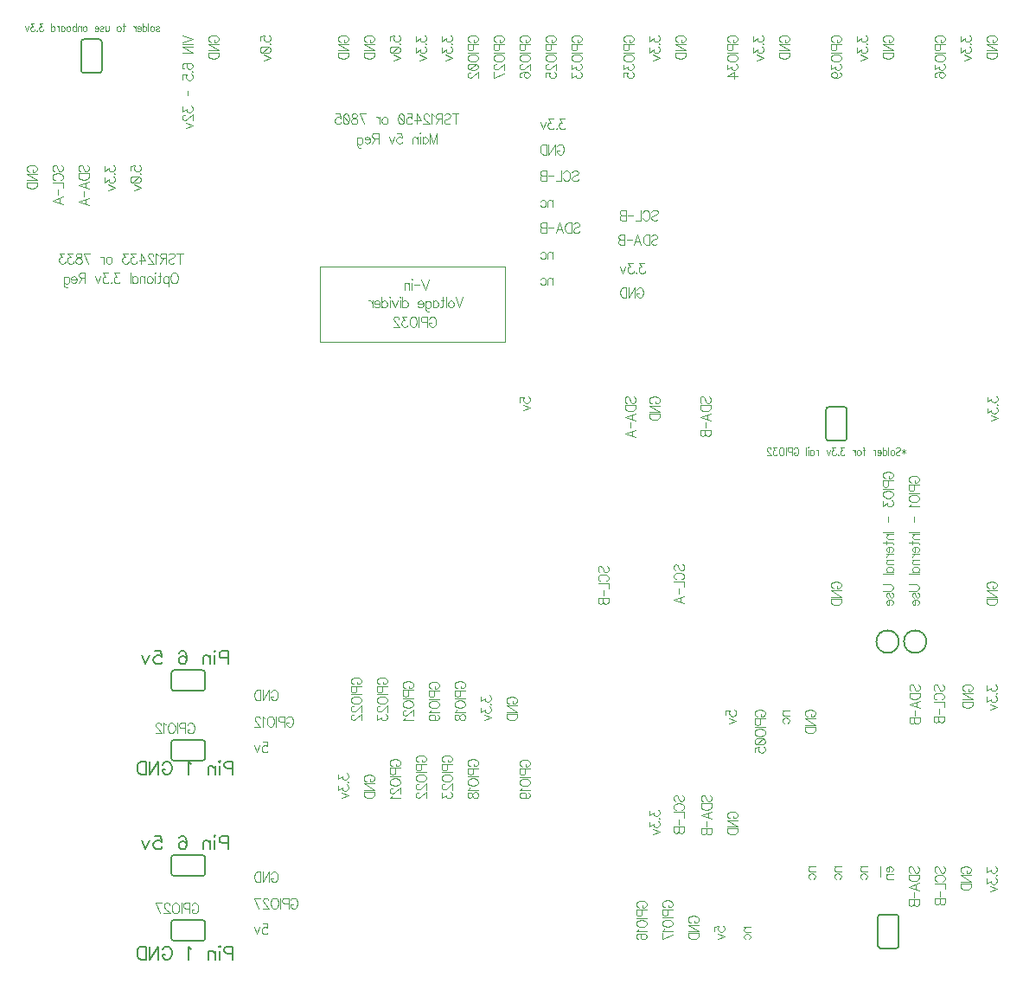
<source format=gbo>
G04 DipTrace 3.3.1.3*
G04 BottomSilk.GBO*
%MOIN*%
G04 #@! TF.FileFunction,Legend,Bot*
G04 #@! TF.Part,Single*
%ADD10C,0.007874*%
%ADD17C,0.003937*%
%ADD32C,0.006*%
%ADD68C,0.00772*%
%ADD70C,0.004374*%
%ADD71C,0.004632*%
%FSLAX26Y26*%
G04*
G70*
G90*
G75*
G01*
G04 BotSilk*
%LPD*%
X3337944Y1406249D2*
D10*
G02X3337944Y1406249I43307J0D01*
G01*
X3444193D2*
G02X3444193Y1406249I43307J0D01*
G01*
X3344252Y345436D2*
D32*
Y235430D1*
X3424252Y345436D2*
G03X3414252Y355433I-9992J5D01*
G01*
Y225433D2*
G03X3424252Y235430I8J9992D01*
G01*
X3354252Y225433D2*
G02X3344252Y235430I-8J9992D01*
G01*
Y345436D2*
G02X3354252Y355433I9992J5D01*
G01*
X3414252D1*
X3354252Y225433D2*
X3414252D1*
X3424252Y235430D2*
Y345436D1*
X3144252Y2300003D2*
Y2189997D1*
X3224252Y2300003D2*
G03X3214252Y2310000I-9992J5D01*
G01*
Y2180000D2*
G03X3224252Y2189997I8J9992D01*
G01*
X3154252Y2180000D2*
G02X3144252Y2189997I-8J9992D01*
G01*
Y2300003D2*
G02X3154252Y2310000I9992J5D01*
G01*
X3214252D1*
X3154252Y2180000D2*
X3214252D1*
X3224252Y2189997D2*
Y2300003D1*
X630498Y503751D2*
X740504D1*
X630498Y583751D2*
G03X620501Y573751I-5J-9992D01*
G01*
X750501D2*
G03X740504Y583751I-9992J8D01*
G01*
X750501Y513751D2*
G02X740504Y503751I-9992J-8D01*
G01*
X630498D2*
G02X620501Y513751I-5J9992D01*
G01*
Y573751D1*
X750501Y513751D2*
Y573751D1*
X740504Y583751D2*
X630498D1*
X630500Y947500D2*
X740506D1*
X630500Y1027500D2*
G03X620503Y1017500I-5J-9992D01*
G01*
X750503D2*
G03X740506Y1027500I-9992J8D01*
G01*
X750503Y957500D2*
G02X740506Y947500I-9992J-8D01*
G01*
X630500D2*
G02X620503Y957500I-5J9992D01*
G01*
Y1017500D1*
X750503Y957500D2*
Y1017500D1*
X740506Y1027500D2*
X630500D1*
Y253751D2*
X740506D1*
X630500Y333751D2*
G03X620503Y323751I-5J-9992D01*
G01*
X750503D2*
G03X740506Y333751I-9992J8D01*
G01*
X750503Y263751D2*
G02X740506Y253751I-9992J-8D01*
G01*
X630500D2*
G02X620503Y263751I-5J9992D01*
G01*
Y323751D1*
X750503Y263751D2*
Y323751D1*
X740506Y333751D2*
X630500D1*
Y1216249D2*
X740506D1*
X630500Y1296249D2*
G03X620503Y1286249I-5J-9992D01*
G01*
X750503D2*
G03X740506Y1296249I-9992J8D01*
G01*
X750503Y1226249D2*
G02X740506Y1216249I-9992J-8D01*
G01*
X630500D2*
G02X620503Y1226249I-5J9992D01*
G01*
Y1286249D1*
X750503Y1226249D2*
Y1286249D1*
X740506Y1296249D2*
X630500D1*
X272500Y3716254D2*
Y3606248D1*
X352500Y3716254D2*
G03X342500Y3726251I-9992J5D01*
G01*
Y3596251D2*
G03X352500Y3606248I8J9992D01*
G01*
X282500Y3596251D2*
G02X272500Y3606248I-8J9992D01*
G01*
Y3716254D2*
G02X282500Y3726251I9992J5D01*
G01*
X342500D1*
X282500Y3596251D2*
X342500D1*
X352500Y3606248D2*
Y3716254D1*
X1193751Y2850000D2*
D17*
X1906249D1*
Y2562500D1*
X1193751D1*
Y2850000D1*
X839125Y630665D2*
D68*
X817570D1*
X810440Y633042D1*
X808009Y635474D1*
X805632Y640227D1*
Y647412D1*
X808009Y652165D1*
X810440Y654597D1*
X817570Y656974D1*
X839125D1*
Y606734D1*
X790193Y656974D2*
X787816Y654597D1*
X785384Y656974D1*
X787816Y659406D1*
X790193Y656974D1*
X787816Y640227D2*
Y606734D1*
X769945Y640227D2*
Y606734D1*
Y630665D2*
X762760Y637850D1*
X757952Y640227D1*
X750822D1*
X746013Y637850D1*
X743637Y630665D1*
Y606734D1*
X650912Y649789D2*
X653288Y654542D1*
X660473Y656918D1*
X665226D1*
X672411Y654542D1*
X677220Y647357D1*
X679596Y635419D1*
Y623480D1*
X677220Y613919D1*
X672411Y609110D1*
X665226Y606734D1*
X662850D1*
X655720Y609110D1*
X650912Y613919D1*
X648535Y621104D1*
Y623480D1*
X650912Y630665D1*
X655720Y635419D1*
X662850Y637795D1*
X665226D1*
X672411Y635419D1*
X677220Y630665D1*
X679596Y623480D1*
X555810Y656918D2*
X579686D1*
X582063Y635419D1*
X579686Y637795D1*
X572501Y640227D1*
X565372D1*
X558187Y637795D1*
X553378Y633042D1*
X551001Y625857D1*
Y621104D1*
X553378Y613919D1*
X558187Y609110D1*
X565372Y606734D1*
X572501D1*
X579686Y609110D1*
X582063Y611542D1*
X584495Y616295D1*
X535562Y640227D2*
X521192Y606734D1*
X506877Y640227D1*
X857651Y918164D2*
X836096D1*
X828967Y920541D1*
X826535Y922973D1*
X824158Y927726D1*
Y934911D1*
X826535Y939664D1*
X828967Y942096D1*
X836096Y944472D1*
X857651D1*
Y894232D1*
X808719Y944472D2*
X806342Y942096D1*
X803910Y944472D1*
X806342Y946904D1*
X808719Y944472D1*
X806342Y927726D2*
Y894232D1*
X788471Y927726D2*
Y894232D1*
Y918164D2*
X781286Y925349D1*
X776478Y927726D1*
X769348D1*
X764539Y925349D1*
X762163Y918164D1*
Y894232D1*
X698123Y934856D2*
X693314Y937287D1*
X686129Y944417D1*
Y894232D1*
X586219Y932534D2*
X588596Y937287D1*
X593404Y942096D1*
X598157Y944472D1*
X607719D1*
X612527Y942096D1*
X617280Y937287D1*
X619712Y932534D1*
X622089Y925349D1*
Y913356D1*
X619712Y906226D1*
X617280Y901417D1*
X612527Y896664D1*
X607719Y894232D1*
X598157D1*
X593404Y896664D1*
X588596Y901417D1*
X586219Y906226D1*
Y913356D1*
X598157D1*
X537286Y944472D2*
Y894232D1*
X570780Y944472D1*
Y894232D1*
X521847Y944472D2*
Y894232D1*
X505100D1*
X497915Y896664D1*
X493107Y901417D1*
X490730Y906226D1*
X488354Y913356D1*
Y925349D1*
X490730Y932534D1*
X493107Y937287D1*
X497915Y942096D1*
X505100Y944472D1*
X521847D1*
X857651Y205665D2*
X836096D1*
X828967Y208042D1*
X826535Y210474D1*
X824158Y215227D1*
Y222412D1*
X826535Y227165D1*
X828967Y229597D1*
X836096Y231974D1*
X857651D1*
Y181734D1*
X808719Y231974D2*
X806342Y229597D1*
X803910Y231974D1*
X806342Y234406D1*
X808719Y231974D1*
X806342Y215227D2*
Y181734D1*
X788471Y215227D2*
Y181734D1*
Y205665D2*
X781286Y212850D1*
X776478Y215227D1*
X769348D1*
X764539Y212850D1*
X762163Y205665D1*
Y181734D1*
X698123Y222357D2*
X693314Y224789D1*
X686129Y231918D1*
Y181734D1*
X586219Y220036D2*
X588596Y224789D1*
X593404Y229597D1*
X598157Y231974D1*
X607719D1*
X612527Y229597D1*
X617280Y224789D1*
X619712Y220036D1*
X622089Y212850D1*
Y200857D1*
X619712Y193727D1*
X617280Y188919D1*
X612527Y184166D1*
X607719Y181734D1*
X598157D1*
X593404Y184166D1*
X588596Y188919D1*
X586219Y193727D1*
Y200857D1*
X598157D1*
X537286Y231974D2*
Y181734D1*
X570780Y231974D1*
Y181734D1*
X521847Y231974D2*
Y181734D1*
X505100D1*
X497915Y184166D1*
X493107Y188919D1*
X490730Y193727D1*
X488354Y200857D1*
Y212850D1*
X490730Y220036D1*
X493107Y224789D1*
X497915Y229597D1*
X505100Y231974D1*
X521847D1*
X839127Y1343164D2*
X817571D1*
X810442Y1345541D1*
X808010Y1347973D1*
X805633Y1352726D1*
Y1359911D1*
X808010Y1364664D1*
X810442Y1367096D1*
X817571Y1369472D1*
X839127D1*
Y1319232D1*
X790194Y1369472D2*
X787817Y1367096D1*
X785386Y1369472D1*
X787817Y1371904D1*
X790194Y1369472D1*
X787817Y1352726D2*
Y1319232D1*
X769946Y1352726D2*
Y1319232D1*
Y1343164D2*
X762761Y1350349D1*
X757953Y1352726D1*
X750823D1*
X746015Y1350349D1*
X743638Y1343164D1*
Y1319232D1*
X650913Y1362287D2*
X653290Y1367041D1*
X660475Y1369417D1*
X665228D1*
X672413Y1367041D1*
X677221Y1359856D1*
X679598Y1347917D1*
Y1335979D1*
X677221Y1326417D1*
X672413Y1321609D1*
X665228Y1319232D1*
X662851D1*
X655721Y1321609D1*
X650913Y1326417D1*
X648536Y1333602D1*
Y1335979D1*
X650913Y1343164D1*
X655721Y1347917D1*
X662851Y1350294D1*
X665228D1*
X672413Y1347917D1*
X677221Y1343164D1*
X679598Y1335979D1*
X555811Y1369417D2*
X579688D1*
X582064Y1347917D1*
X579688Y1350294D1*
X572503Y1352726D1*
X565373D1*
X558188Y1350294D1*
X553379Y1345541D1*
X551003Y1338356D1*
Y1333602D1*
X553379Y1326417D1*
X558188Y1321609D1*
X565373Y1319232D1*
X572503D1*
X579688Y1321609D1*
X582064Y1324041D1*
X584496Y1328794D1*
X535564Y1352726D2*
X521193Y1319232D1*
X506879Y1352726D1*
X1963111Y2328934D2*
D70*
Y2346125D1*
X1980311Y2347836D1*
X1978409Y2346125D1*
X1976464Y2340952D1*
Y2335818D1*
X1978409Y2330645D1*
X1982212Y2327183D1*
X1987960Y2325472D1*
X1991763D1*
X1997511Y2327183D1*
X2001357Y2330645D1*
X2003259Y2335818D1*
Y2340951D1*
X2001357Y2346125D1*
X1999412Y2347836D1*
X1995609Y2349587D1*
X1976464Y2317598D2*
X2003259Y2307251D1*
X1976464Y2296945D1*
X2472449Y2323760D2*
X2468647Y2325471D1*
X2464800Y2328933D1*
X2462899Y2332356D1*
Y2339240D1*
X2464800Y2342702D1*
X2468647Y2346124D1*
X2472449Y2347875D1*
X2478197Y2349587D1*
X2487792D1*
X2493496Y2347875D1*
X2497343Y2346124D1*
X2501145Y2342702D1*
X2503091Y2339240D1*
Y2332356D1*
X2501145Y2328933D1*
X2497343Y2325471D1*
X2493496Y2323760D1*
X2487792D1*
Y2332356D1*
X2462899Y2291771D2*
X2503091D1*
X2462899Y2315886D1*
X2503091D1*
X2462899Y2283897D2*
X2503091D1*
Y2271839D1*
X2501145Y2266666D1*
X2497343Y2263204D1*
X2493496Y2261493D1*
X2487792Y2259782D1*
X2478197D1*
X2472449Y2261493D1*
X2468647Y2263204D1*
X2464800Y2266666D1*
X2462899Y2271839D1*
Y2283897D1*
X3172448Y1611091D2*
X3168645Y1612802D1*
X3164799Y1616264D1*
X3162897Y1619686D1*
Y1626571D1*
X3164799Y1630033D1*
X3168645Y1633455D1*
X3172448Y1635206D1*
X3178196Y1636917D1*
X3187791D1*
X3193495Y1635206D1*
X3197341Y1633455D1*
X3201144Y1630033D1*
X3203089Y1626571D1*
Y1619686D1*
X3201144Y1616264D1*
X3197341Y1612802D1*
X3193495Y1611091D1*
X3187791D1*
Y1619686D1*
X3162897Y1579102D2*
X3203089D1*
X3162897Y1603217D1*
X3203089D1*
X3162897Y1571228D2*
X3203089D1*
Y1559170D1*
X3201144Y1553997D1*
X3197341Y1550535D1*
X3193495Y1548824D1*
X3187791Y1547113D1*
X3178196D1*
X3172448Y1548824D1*
X3168645Y1550535D1*
X3164799Y1553997D1*
X3162897Y1559170D1*
Y1571228D1*
X3772448Y1611091D2*
X3768645Y1612802D1*
X3764799Y1616264D1*
X3762897Y1619686D1*
Y1626571D1*
X3764799Y1630033D1*
X3768645Y1633455D1*
X3772448Y1635206D1*
X3778196Y1636917D1*
X3787791D1*
X3793495Y1635206D1*
X3797341Y1633455D1*
X3801144Y1630033D1*
X3803089Y1626571D1*
Y1619686D1*
X3801144Y1616264D1*
X3797341Y1612802D1*
X3793495Y1611091D1*
X3787791D1*
Y1619686D1*
X3762897Y1579102D2*
X3803089D1*
X3762897Y1603217D1*
X3803089D1*
X3762897Y1571228D2*
X3803089D1*
Y1559170D1*
X3801144Y1553997D1*
X3797341Y1550535D1*
X3793495Y1548824D1*
X3787791Y1547113D1*
X3778196D1*
X3772448Y1548824D1*
X3768645Y1550535D1*
X3764799Y1553997D1*
X3762897Y1559170D1*
Y1571228D1*
X3766024Y2349037D2*
Y2330134D1*
X3781323Y2340441D1*
Y2335268D1*
X3783224Y2331846D1*
X3785125Y2330134D1*
X3790873Y2328384D1*
X3794676D1*
X3800424Y2330134D1*
X3804271Y2333557D1*
X3806172Y2338730D1*
Y2343903D1*
X3804271Y2349037D1*
X3802325Y2350748D1*
X3798523Y2352499D1*
X3802325Y2318798D2*
X3804271Y2320510D1*
X3806172Y2318798D1*
X3804271Y2317047D1*
X3802325Y2318798D1*
X3766024Y2305711D2*
Y2286809D1*
X3781323Y2297116D1*
Y2291943D1*
X3783224Y2288520D1*
X3785125Y2286809D1*
X3790873Y2285058D1*
X3794676D1*
X3800424Y2286809D1*
X3804271Y2290231D1*
X3806172Y2295405D1*
Y2300578D1*
X3804271Y2305711D1*
X3802325Y2307422D1*
X3798523Y2309173D1*
X3779377Y2277184D2*
X3806172Y2266838D1*
X3779377Y2256531D1*
X3443519Y2148028D2*
D71*
Y2130817D1*
X3449276Y2143750D2*
X3437789Y2135128D1*
Y2143750D2*
X3449276Y2135128D1*
X3414301Y2150200D2*
X3416583Y2153085D1*
X3420032Y2154511D1*
X3424621D1*
X3428070Y2153085D1*
X3430378Y2150200D1*
Y2147348D1*
X3429211Y2144463D1*
X3428070Y2143037D1*
X3425788Y2141611D1*
X3418891Y2138726D1*
X3416583Y2137300D1*
X3415442Y2135841D1*
X3414301Y2132989D1*
Y2128678D1*
X3416583Y2125826D1*
X3420032Y2124367D1*
X3424621D1*
X3428070Y2125826D1*
X3430378Y2128678D1*
X3401160Y2144463D2*
X3403441Y2143037D1*
X3405750Y2140152D1*
X3406890Y2135841D1*
Y2132989D1*
X3405750Y2128678D1*
X3403441Y2125826D1*
X3401160Y2124367D1*
X3397711D1*
X3395403Y2125826D1*
X3393122Y2128678D1*
X3391954Y2132989D1*
Y2135841D1*
X3393122Y2140152D1*
X3395403Y2143037D1*
X3397711Y2144463D1*
X3401160D1*
X3384543Y2154511D2*
Y2124367D1*
X3363364Y2154511D2*
Y2124367D1*
Y2140152D2*
X3365645Y2143037D1*
X3367953Y2144463D1*
X3371402D1*
X3373684Y2143037D1*
X3375992Y2140152D1*
X3377133Y2135841D1*
Y2132989D1*
X3375992Y2128678D1*
X3373684Y2125826D1*
X3371402Y2124367D1*
X3367953D1*
X3365645Y2125826D1*
X3363364Y2128678D1*
X3355953Y2135841D2*
X3342184D1*
Y2138726D1*
X3343325Y2141611D1*
X3344466Y2143037D1*
X3346774Y2144463D1*
X3350223D1*
X3352504Y2143037D1*
X3354812Y2140152D1*
X3355953Y2135841D1*
Y2132989D1*
X3354812Y2128678D1*
X3352504Y2125826D1*
X3350223Y2124367D1*
X3346774D1*
X3344466Y2125826D1*
X3342184Y2128678D1*
X3334773Y2144463D2*
Y2124367D1*
Y2135841D2*
X3333606Y2140152D1*
X3331325Y2143037D1*
X3329017Y2144463D1*
X3325568D1*
X3285649Y2154511D2*
X3287931D1*
X3290239Y2153085D1*
X3291380Y2148774D1*
Y2124367D1*
X3294828Y2144463D2*
X3286790D1*
X3272508D2*
X3274790Y2143037D1*
X3277098Y2140152D1*
X3278238Y2135841D1*
Y2132989D1*
X3277098Y2128678D1*
X3274790Y2125826D1*
X3272508Y2124367D1*
X3269059D1*
X3266751Y2125826D1*
X3264470Y2128678D1*
X3263302Y2132989D1*
Y2135841D1*
X3264470Y2140152D1*
X3266751Y2143037D1*
X3269059Y2144463D1*
X3272508D1*
X3255892D2*
Y2124367D1*
Y2135841D2*
X3254724Y2140152D1*
X3252443Y2143037D1*
X3250135Y2144463D1*
X3246686D1*
X3213639Y2154478D2*
X3201037D1*
X3207908Y2143004D1*
X3204459D1*
X3202178Y2141578D1*
X3201037Y2140152D1*
X3199870Y2135841D1*
Y2132989D1*
X3201037Y2128678D1*
X3203319Y2125793D1*
X3206767Y2124367D1*
X3210216D1*
X3213639Y2125793D1*
X3214779Y2127252D1*
X3215947Y2130104D1*
X3191318Y2127252D2*
X3192459Y2125793D1*
X3191318Y2124367D1*
X3190151Y2125793D1*
X3191318Y2127252D1*
X3180432Y2154478D2*
X3167831D1*
X3174702Y2143004D1*
X3171253D1*
X3168971Y2141578D1*
X3167831Y2140152D1*
X3166663Y2135841D1*
Y2132989D1*
X3167831Y2128678D1*
X3170112Y2125793D1*
X3173561Y2124367D1*
X3177010D1*
X3180432Y2125793D1*
X3181573Y2127252D1*
X3182740Y2130104D1*
X3159252Y2144463D2*
X3152355Y2124367D1*
X3145484Y2144463D1*
X3114744D2*
Y2124367D1*
Y2135841D2*
X3113577Y2140152D1*
X3111296Y2143037D1*
X3108987Y2144463D1*
X3105539D1*
X3084359D2*
Y2124367D1*
Y2140152D2*
X3086641Y2143037D1*
X3088949Y2144463D1*
X3092371D1*
X3094679Y2143037D1*
X3096961Y2140152D1*
X3098128Y2135841D1*
Y2132989D1*
X3096961Y2128678D1*
X3094679Y2125826D1*
X3092371Y2124367D1*
X3088949D1*
X3086641Y2125826D1*
X3084359Y2128678D1*
X3076948Y2154511D2*
X3075807Y2153085D1*
X3074640Y2154511D1*
X3075807Y2155970D1*
X3076948Y2154511D1*
X3075807Y2144463D2*
Y2124367D1*
X3067229Y2154511D2*
Y2124367D1*
X3019272Y2147348D2*
X3020413Y2150200D1*
X3022721Y2153085D1*
X3025003Y2154511D1*
X3029592D1*
X3031900Y2153085D1*
X3034182Y2150200D1*
X3035349Y2147348D1*
X3036490Y2143037D1*
Y2135841D1*
X3035349Y2131563D1*
X3034182Y2128678D1*
X3031900Y2125826D1*
X3029592Y2124367D1*
X3025003D1*
X3022721Y2125826D1*
X3020413Y2128678D1*
X3019272Y2131563D1*
Y2135841D1*
X3025003D1*
X3011862Y2138726D2*
X3001515D1*
X2998093Y2140152D1*
X2996926Y2141611D1*
X2995785Y2144463D1*
Y2148774D1*
X2996926Y2151626D1*
X2998093Y2153085D1*
X3001515Y2154511D1*
X3011862D1*
Y2124367D1*
X2988374Y2154511D2*
Y2124367D1*
X2974066Y2154511D2*
X2976374Y2153085D1*
X2978655Y2150200D1*
X2979822Y2147348D1*
X2980963Y2143037D1*
Y2135841D1*
X2979822Y2131563D1*
X2978655Y2128678D1*
X2976374Y2125826D1*
X2974066Y2124367D1*
X2969476D1*
X2967194Y2125826D1*
X2964886Y2128678D1*
X2963746Y2131563D1*
X2962605Y2135841D1*
Y2143037D1*
X2963746Y2147348D1*
X2964886Y2150200D1*
X2967194Y2153085D1*
X2969476Y2154511D1*
X2974066D1*
X2952886Y2154478D2*
X2940284D1*
X2947156Y2143004D1*
X2943707D1*
X2941425Y2141578D1*
X2940284Y2140152D1*
X2939117Y2135841D1*
Y2132989D1*
X2940284Y2128678D1*
X2942566Y2125793D1*
X2946015Y2124367D1*
X2949464D1*
X2952886Y2125793D1*
X2954027Y2127252D1*
X2955194Y2130104D1*
X2930539Y2147315D2*
Y2148741D1*
X2929398Y2151626D1*
X2928258Y2153052D1*
X2925949Y2154478D1*
X2921360D1*
X2919078Y2153052D1*
X2917938Y2151626D1*
X2916770Y2148741D1*
Y2145889D1*
X2917938Y2143004D1*
X2920219Y2138726D1*
X2931706Y2124367D1*
X2915630D1*
X3672449Y514151D2*
D70*
X3668647Y515862D1*
X3664800Y519325D1*
X3662899Y522747D1*
Y529631D1*
X3664800Y533093D1*
X3668647Y536516D1*
X3672449Y538266D1*
X3678197Y539978D1*
X3687792D1*
X3693496Y538266D1*
X3697343Y536515D1*
X3701145Y533093D1*
X3703091Y529631D1*
Y522747D1*
X3701145Y519324D1*
X3697343Y515862D1*
X3693496Y514151D1*
X3687792D1*
Y522747D1*
X3662899Y482162D2*
X3703091D1*
X3662899Y506277D1*
X3703091D1*
X3662899Y474288D2*
X3703091D1*
Y462230D1*
X3701145Y457057D1*
X3697343Y453595D1*
X3693496Y451884D1*
X3687792Y450173D1*
X3678197D1*
X3672449Y451884D1*
X3668647Y453595D1*
X3664800Y457057D1*
X3662899Y462231D1*
Y474288D1*
X3468533Y515863D2*
X3464686Y519285D1*
X3462784Y524459D1*
Y531343D1*
X3464686Y536516D1*
X3468533Y539978D1*
X3472335D1*
X3476182Y538227D1*
X3478083Y536516D1*
X3479984Y533094D1*
X3483831Y522747D1*
X3485732Y519285D1*
X3487678Y517574D1*
X3491480Y515863D1*
X3497228D1*
X3501031Y519285D1*
X3502976Y524459D1*
Y531343D1*
X3501031Y536516D1*
X3497228Y539978D1*
X3462784Y507989D2*
X3502976D1*
Y495931D1*
X3501031Y490758D1*
X3497228Y487296D1*
X3493382Y485585D1*
X3487678Y483874D1*
X3478083D1*
X3472335Y485585D1*
X3468533Y487296D1*
X3464686Y490758D1*
X3462784Y495931D1*
Y507989D1*
X3502976Y448423D2*
X3462785Y462231D1*
X3502976Y476000D1*
X3489579Y470827D2*
Y453596D1*
X3482903Y440549D2*
Y420652D1*
X3462784Y412778D2*
X3502977D1*
Y397258D1*
X3501031Y392085D1*
X3499130Y390374D1*
X3495327Y388662D1*
X3489579D1*
X3485732Y390374D1*
X3483831Y392085D1*
X3481930Y397258D1*
X3479984Y392085D1*
X3478083Y390374D1*
X3474281Y388662D1*
X3470434D1*
X3466631Y390374D1*
X3464686Y392085D1*
X3462784Y397258D1*
Y412778D1*
X3481930D2*
Y397258D1*
X3470845Y1216900D2*
X3466998Y1220322D1*
X3465097Y1225495D1*
Y1232380D1*
X3466998Y1237553D1*
X3470845Y1241015D1*
X3474647D1*
X3478494Y1239264D1*
X3480395Y1237553D1*
X3482297Y1234131D1*
X3486143Y1223784D1*
X3488045Y1220322D1*
X3489990Y1218611D1*
X3493793Y1216900D1*
X3499541D1*
X3503343Y1220322D1*
X3505289Y1225495D1*
Y1232380D1*
X3503343Y1237553D1*
X3499541Y1241015D1*
X3465097Y1209026D2*
X3505289D1*
Y1196968D1*
X3503343Y1191795D1*
X3499541Y1188333D1*
X3495694Y1186622D1*
X3489990Y1184911D1*
X3480395D1*
X3474647Y1186622D1*
X3470845Y1188333D1*
X3466998Y1191795D1*
X3465097Y1196968D1*
Y1209026D1*
X3505289Y1149459D2*
X3465097Y1163268D1*
X3505289Y1177037D1*
X3491891Y1171863D2*
Y1154633D1*
X3485215Y1141585D2*
Y1121688D1*
X3465097Y1113814D2*
X3505289D1*
Y1098295D1*
X3503343Y1093121D1*
X3501442Y1091410D1*
X3497639Y1089699D1*
X3491891D1*
X3488045Y1091410D1*
X3486143Y1093121D1*
X3484242Y1098295D1*
X3482297Y1093121D1*
X3480395Y1091410D1*
X3476593Y1089699D1*
X3472746D1*
X3468944Y1091410D1*
X3466998Y1093121D1*
X3465097Y1098295D1*
Y1113814D1*
X3484242D2*
Y1098295D1*
X3568533Y515863D2*
X3564686Y519285D1*
X3562784Y524458D1*
Y531343D1*
X3564686Y536516D1*
X3568533Y539978D1*
X3572335D1*
X3576182Y538227D1*
X3578083Y536516D1*
X3579984Y533093D1*
X3583831Y522747D1*
X3585732Y519285D1*
X3587678Y517574D1*
X3591480Y515863D1*
X3597228D1*
X3601031Y519285D1*
X3602976Y524458D1*
Y531343D1*
X3601031Y536516D1*
X3597228Y539978D1*
X3572335Y482162D2*
X3568533Y483873D1*
X3564686Y487336D1*
X3562784Y490758D1*
Y497642D1*
X3564686Y501104D1*
X3568533Y504527D1*
X3572335Y506278D1*
X3578083Y507989D1*
X3587678D1*
X3593382Y506278D1*
X3597228Y504527D1*
X3601031Y501104D1*
X3602976Y497642D1*
Y490758D1*
X3601031Y487336D1*
X3597228Y483873D1*
X3593382Y482162D1*
X3562785Y474288D2*
X3602976D1*
Y453635D1*
X3582903Y445761D2*
Y425864D1*
X3562784Y417990D2*
X3602977D1*
Y402471D1*
X3601031Y397297D1*
X3599130Y395586D1*
X3595327Y393875D1*
X3589579D1*
X3585732Y395586D1*
X3583831Y397297D1*
X3581930Y402471D1*
X3579984Y397297D1*
X3578083Y395586D1*
X3574281Y393875D1*
X3570434D1*
X3566631Y395586D1*
X3564686Y397297D1*
X3562784Y402471D1*
Y417990D1*
X3581930D2*
Y402471D1*
X3564596Y1216899D2*
X3560749Y1220322D1*
X3558847Y1225495D1*
Y1232379D1*
X3560749Y1237553D1*
X3564596Y1241015D1*
X3568398D1*
X3572245Y1239264D1*
X3574146Y1237553D1*
X3576047Y1234130D1*
X3579894Y1223784D1*
X3581795Y1220322D1*
X3583741Y1218611D1*
X3587543Y1216899D1*
X3593291D1*
X3597094Y1220322D1*
X3599039Y1225495D1*
Y1232379D1*
X3597094Y1237553D1*
X3593291Y1241015D1*
X3568398Y1183199D2*
X3564596Y1184910D1*
X3560749Y1188372D1*
X3558847Y1191795D1*
Y1198679D1*
X3560749Y1202141D1*
X3564596Y1205563D1*
X3568398Y1207314D1*
X3574146Y1209025D1*
X3583741D1*
X3589445Y1207314D1*
X3593291Y1205563D1*
X3597094Y1202141D1*
X3599039Y1198679D1*
Y1191795D1*
X3597094Y1188372D1*
X3593291Y1184910D1*
X3589445Y1183199D1*
X3558847Y1175325D2*
X3599039D1*
Y1154672D1*
X3578966Y1146798D2*
Y1126901D1*
X3558847Y1119027D2*
X3599039D1*
Y1103507D1*
X3597094Y1098334D1*
X3595193Y1096623D1*
X3591390Y1094912D1*
X3585642D1*
X3581795Y1096623D1*
X3579894Y1098334D1*
X3577993Y1103507D1*
X3576047Y1098334D1*
X3574146Y1096623D1*
X3570343Y1094912D1*
X3566497D1*
X3562694Y1096623D1*
X3560749Y1098334D1*
X3558847Y1103507D1*
Y1119027D1*
X3577993D2*
Y1103507D1*
X2470396Y2968578D2*
X2473818Y2972425D1*
X2478991Y2974326D1*
X2485876D1*
X2491049Y2972425D1*
X2494511Y2968578D1*
Y2964775D1*
X2492760Y2960928D1*
X2491049Y2959027D1*
X2487627Y2957126D1*
X2477280Y2953279D1*
X2473818Y2951378D1*
X2472107Y2949432D1*
X2470396Y2945630D1*
Y2939882D1*
X2473818Y2936079D1*
X2478991Y2934134D1*
X2485876D1*
X2491049Y2936079D1*
X2494511Y2939882D1*
X2462522Y2974326D2*
Y2934134D1*
X2450464D1*
X2445291Y2936079D1*
X2441829Y2939882D1*
X2440118Y2943729D1*
X2438407Y2949432D1*
Y2959027D1*
X2440118Y2964775D1*
X2441829Y2968578D1*
X2445291Y2972425D1*
X2450464Y2974326D1*
X2462522D1*
X2402955Y2934134D2*
X2416764Y2974326D1*
X2430533Y2934134D1*
X2425359Y2947531D2*
X2408129D1*
X2395081Y2954208D2*
X2375184D1*
X2367310Y2974326D2*
Y2934134D1*
X2351791D1*
X2346617Y2936079D1*
X2344906Y2937981D1*
X2343195Y2941783D1*
Y2947531D1*
X2344906Y2951378D1*
X2346617Y2953279D1*
X2351791Y2955180D1*
X2346617Y2957126D1*
X2344906Y2959027D1*
X2343195Y2962830D1*
Y2966676D1*
X2344906Y2970479D1*
X2346617Y2972425D1*
X2351791Y2974326D1*
X2367310D1*
Y2955180D2*
X2351791D1*
X2471434Y3062327D2*
X2474856Y3066174D1*
X2480029Y3068075D1*
X2486913D1*
X2492087Y3066174D1*
X2495549Y3062327D1*
Y3058525D1*
X2493798Y3054678D1*
X2492087Y3052777D1*
X2488664Y3050875D1*
X2478318Y3047029D1*
X2474856Y3045127D1*
X2473145Y3043182D1*
X2471434Y3039379D1*
Y3033631D1*
X2474856Y3029829D1*
X2480029Y3027883D1*
X2486913D1*
X2492087Y3029829D1*
X2495549Y3033631D1*
X2437733Y3058525D2*
X2439444Y3062327D1*
X2442906Y3066174D1*
X2446329Y3068075D1*
X2453213D1*
X2456675Y3066174D1*
X2460097Y3062327D1*
X2461848Y3058525D1*
X2463560Y3052777D1*
Y3043182D1*
X2461848Y3037478D1*
X2460097Y3033631D1*
X2456675Y3029829D1*
X2453213Y3027883D1*
X2446329D1*
X2442906Y3029829D1*
X2439444Y3033631D1*
X2437733Y3037478D1*
X2429859Y3068075D2*
Y3027883D1*
X2409206D1*
X2401332Y3047957D2*
X2381435D1*
X2373561Y3068075D2*
Y3027883D1*
X2358041D1*
X2352868Y3029829D1*
X2351157Y3031730D1*
X2349446Y3035532D1*
Y3041280D1*
X2351157Y3045127D1*
X2352868Y3047029D1*
X2358041Y3048930D1*
X2352868Y3050875D1*
X2351157Y3052777D1*
X2349446Y3056579D1*
Y3060426D1*
X2351157Y3064228D1*
X2352868Y3066174D1*
X2358041Y3068075D1*
X2373561D1*
Y3048930D2*
X2358041D1*
X2164851Y3214641D2*
X2168273Y3218488D1*
X2173446Y3220389D1*
X2180331D1*
X2185504Y3218488D1*
X2188966Y3214641D1*
Y3210838D1*
X2187215Y3206991D1*
X2185504Y3205090D1*
X2182082Y3203189D1*
X2171735Y3199342D1*
X2168273Y3197441D1*
X2166562Y3195495D1*
X2164851Y3191693D1*
Y3185945D1*
X2168273Y3182142D1*
X2173446Y3180197D1*
X2180331D1*
X2185504Y3182142D1*
X2188966Y3185945D1*
X2131150Y3210838D2*
X2132862Y3214641D1*
X2136324Y3218488D1*
X2139746Y3220389D1*
X2146630D1*
X2150092Y3218488D1*
X2153515Y3214641D1*
X2155266Y3210838D1*
X2156977Y3205090D1*
Y3195495D1*
X2155266Y3189792D1*
X2153515Y3185945D1*
X2150092Y3182142D1*
X2146630Y3180197D1*
X2139746D1*
X2136324Y3182142D1*
X2132862Y3185945D1*
X2131150Y3189792D1*
X2123276Y3220389D2*
Y3180197D1*
X2102623D1*
X2094749Y3200271D2*
X2074852D1*
X2066978Y3220389D2*
Y3180197D1*
X2051459D1*
X2046285Y3182142D1*
X2044574Y3184044D1*
X2042863Y3187846D1*
Y3193594D1*
X2044574Y3197441D1*
X2046285Y3199342D1*
X2051459Y3201243D1*
X2046285Y3203189D1*
X2044574Y3205090D1*
X2042863Y3208893D1*
Y3212739D1*
X2044574Y3216542D1*
X2046285Y3218488D1*
X2051459Y3220389D1*
X2066978D1*
Y3201243D2*
X2051459D1*
X2170064Y3014641D2*
X2173486Y3018488D1*
X2178659Y3020389D1*
X2185544D1*
X2190717Y3018488D1*
X2194179Y3014641D1*
Y3010838D1*
X2192428Y3006991D1*
X2190717Y3005090D1*
X2187295Y3003189D1*
X2176948Y2999342D1*
X2173486Y2997441D1*
X2171775Y2995495D1*
X2170064Y2991693D1*
Y2985945D1*
X2173486Y2982142D1*
X2178659Y2980197D1*
X2185544D1*
X2190717Y2982142D1*
X2194179Y2985945D1*
X2162190Y3020389D2*
Y2980197D1*
X2150132D1*
X2144959Y2982142D1*
X2141497Y2985945D1*
X2139786Y2989792D1*
X2138075Y2995495D1*
Y3005090D1*
X2139786Y3010838D1*
X2141497Y3014641D1*
X2144959Y3018488D1*
X2150132Y3020389D1*
X2162190D1*
X2102623Y2980197D2*
X2116432Y3020389D1*
X2130201Y2980197D1*
X2125027Y2993594D2*
X2107797D1*
X2094749Y3000271D2*
X2074852D1*
X2066978Y3020389D2*
Y2980197D1*
X2051459D1*
X2046285Y2982142D1*
X2044574Y2984044D1*
X2042863Y2987846D1*
Y2993594D1*
X2044574Y2997441D1*
X2046285Y2999342D1*
X2051459Y3001243D1*
X2046285Y3003189D1*
X2044574Y3005090D1*
X2042863Y3008893D1*
Y3012739D1*
X2044574Y3016542D1*
X2046285Y3018488D1*
X2051459Y3020389D1*
X2066978D1*
Y3001243D2*
X2051459D1*
X2443243Y2865412D2*
X2424340D1*
X2434647Y2850113D1*
X2429474D1*
X2426052Y2848212D1*
X2424340Y2846310D1*
X2422590Y2840562D1*
Y2836760D1*
X2424340Y2831012D1*
X2427763Y2827165D1*
X2432936Y2825264D1*
X2438109D1*
X2443243Y2827165D1*
X2444954Y2829110D1*
X2446705Y2832913D1*
X2413004Y2829110D2*
X2414716Y2827165D1*
X2413004Y2825264D1*
X2411253Y2827165D1*
X2413004Y2829110D1*
X2399917Y2865412D2*
X2381015D1*
X2391322Y2850113D1*
X2386149D1*
X2382726Y2848212D1*
X2381015Y2846310D1*
X2379264Y2840562D1*
Y2836760D1*
X2381015Y2831012D1*
X2384437Y2827165D1*
X2389611Y2825264D1*
X2394784D1*
X2399917Y2827165D1*
X2401628Y2829110D1*
X2403379Y2832913D1*
X2371390Y2852058D2*
X2361044Y2825264D1*
X2350737Y2852058D1*
X2135369Y3420530D2*
X2116466D1*
X2126773Y3405231D1*
X2121600D1*
X2118178Y3403330D1*
X2116466Y3401428D1*
X2114716Y3395680D1*
Y3391878D1*
X2116466Y3386130D1*
X2119889Y3382283D1*
X2125062Y3380382D1*
X2130235D1*
X2135369Y3382283D1*
X2137080Y3384229D1*
X2138831Y3388031D1*
X2105130Y3384229D2*
X2106842Y3382283D1*
X2105130Y3380382D1*
X2103379Y3382283D1*
X2105130Y3384229D1*
X2092043Y3420530D2*
X2073141D1*
X2083448Y3405231D1*
X2078275D1*
X2074852Y3403330D1*
X2073141Y3401428D1*
X2071390Y3395680D1*
Y3391878D1*
X2073141Y3386130D1*
X2076563Y3382283D1*
X2081737Y3380382D1*
X2086910D1*
X2092043Y3382283D1*
X2093754Y3384229D1*
X2095505Y3388031D1*
X2063516Y3407176D2*
X2053170Y3380382D1*
X2042863Y3407176D1*
X2413928Y2761417D2*
X2415639Y2765219D1*
X2419101Y2769066D1*
X2422524Y2770968D1*
X2429408D1*
X2432870Y2769066D1*
X2436292Y2765219D1*
X2438043Y2761417D1*
X2439754Y2755669D1*
Y2746074D1*
X2438043Y2740370D1*
X2436292Y2736524D1*
X2432870Y2732721D1*
X2429408Y2730776D1*
X2422524D1*
X2419101Y2732721D1*
X2415639Y2736524D1*
X2413928Y2740370D1*
Y2746074D1*
X2422524D1*
X2381939Y2770968D2*
Y2730776D1*
X2406054Y2770968D1*
Y2730776D1*
X2374065Y2770968D2*
Y2730776D1*
X2362007D1*
X2356834Y2732721D1*
X2353372Y2736524D1*
X2351661Y2740370D1*
X2349950Y2746074D1*
Y2755669D1*
X2351661Y2761417D1*
X2353372Y2765219D1*
X2356834Y2769066D1*
X2362007Y2770968D1*
X2374065D1*
X2106842Y3312598D2*
X2108553Y3316401D1*
X2112015Y3320247D1*
X2115437Y3322149D1*
X2122321D1*
X2125783Y3320247D1*
X2129206Y3316401D1*
X2130957Y3312598D1*
X2132668Y3306850D1*
Y3297255D1*
X2130957Y3291551D1*
X2129206Y3287705D1*
X2125783Y3283902D1*
X2122321Y3281957D1*
X2115437D1*
X2112015Y3283902D1*
X2108553Y3287705D1*
X2106842Y3291551D1*
Y3297255D1*
X2115437D1*
X2074852Y3322149D2*
Y3281957D1*
X2098968Y3322149D1*
Y3281957D1*
X2066978Y3322149D2*
Y3281957D1*
X2054921D1*
X2049747Y3283902D1*
X2046285Y3287705D1*
X2044574Y3291551D1*
X2042863Y3297255D1*
Y3306850D1*
X2044574Y3312598D1*
X2046285Y3316401D1*
X2049747Y3320247D1*
X2054921Y3322149D1*
X2066978D1*
X3772449Y3715636D2*
X3768647Y3717347D1*
X3764800Y3720809D1*
X3762899Y3724231D1*
Y3731115D1*
X3764800Y3734577D1*
X3768647Y3738000D1*
X3772449Y3739751D1*
X3778197Y3741462D1*
X3787792D1*
X3793496Y3739751D1*
X3797343Y3738000D1*
X3801145Y3734577D1*
X3803091Y3731115D1*
Y3724231D1*
X3801145Y3720809D1*
X3797343Y3717347D1*
X3793496Y3715635D1*
X3787792Y3715636D1*
Y3724231D1*
X3762899Y3683646D2*
X3803091D1*
X3762899Y3707762D1*
X3803091Y3707761D1*
X3762899Y3675772D2*
X3803091D1*
Y3663715D1*
X3801145Y3658542D1*
X3797343Y3655079D1*
X3793496Y3653368D1*
X3787792Y3651657D1*
X3778197D1*
X3772449Y3653368D1*
X3768647Y3655079D1*
X3764800Y3658542D1*
X3762899Y3663715D1*
Y3675772D1*
X3372449Y3715636D2*
X3368647Y3717347D1*
X3364800Y3720809D1*
X3362899Y3724231D1*
Y3731115D1*
X3364800Y3734577D1*
X3368647Y3738000D1*
X3372449Y3739751D1*
X3378197Y3741462D1*
X3387792D1*
X3393496Y3739751D1*
X3397343Y3738000D1*
X3401145Y3734577D1*
X3403091Y3731115D1*
Y3724231D1*
X3401145Y3720809D1*
X3397343Y3717347D1*
X3393496Y3715635D1*
X3387792Y3715636D1*
Y3724231D1*
X3362899Y3683646D2*
X3403091D1*
X3362899Y3707762D1*
X3403091Y3707761D1*
X3362899Y3675772D2*
X3403091D1*
Y3663715D1*
X3401145Y3658542D1*
X3397343Y3655079D1*
X3393496Y3653368D1*
X3387792Y3651657D1*
X3378197D1*
X3372449Y3653368D1*
X3368647Y3655079D1*
X3364800Y3658542D1*
X3362899Y3663715D1*
Y3675772D1*
X2972449Y3715636D2*
X2968647Y3717347D1*
X2964800Y3720809D1*
X2962899Y3724231D1*
Y3731115D1*
X2964800Y3734577D1*
X2968647Y3738000D1*
X2972449Y3739751D1*
X2978197Y3741462D1*
X2987792D1*
X2993496Y3739751D1*
X2997343Y3738000D1*
X3001145Y3734577D1*
X3003091Y3731115D1*
Y3724231D1*
X3001145Y3720809D1*
X2997343Y3717347D1*
X2993496Y3715635D1*
X2987792Y3715636D1*
Y3724231D1*
X2962899Y3683646D2*
X3003091D1*
X2962899Y3707762D1*
X3003091Y3707761D1*
X2962899Y3675772D2*
X3003091D1*
Y3663715D1*
X3001145Y3658542D1*
X2997343Y3655079D1*
X2993496Y3653368D1*
X2987792Y3651657D1*
X2978197D1*
X2972449Y3653368D1*
X2968647Y3655079D1*
X2964800Y3658542D1*
X2962899Y3663715D1*
Y3675772D1*
X2572449Y3715636D2*
X2568647Y3717347D1*
X2564800Y3720809D1*
X2562899Y3724231D1*
Y3731115D1*
X2564800Y3734577D1*
X2568647Y3738000D1*
X2572449Y3739751D1*
X2578197Y3741462D1*
X2587792D1*
X2593496Y3739751D1*
X2597343Y3738000D1*
X2601145Y3734577D1*
X2603091Y3731115D1*
Y3724231D1*
X2601145Y3720809D1*
X2597343Y3717347D1*
X2593496Y3715635D1*
X2587792Y3715636D1*
Y3724231D1*
X2562899Y3683646D2*
X2603091D1*
X2562899Y3707762D1*
X2603091Y3707761D1*
X2562899Y3675772D2*
X2603091D1*
Y3663715D1*
X2601145Y3658542D1*
X2597343Y3655079D1*
X2593496Y3653368D1*
X2587792Y3651657D1*
X2578197D1*
X2572449Y3653368D1*
X2568647Y3655079D1*
X2564800Y3658542D1*
X2562899Y3663715D1*
Y3675772D1*
X3662943Y3738000D2*
Y3719098D1*
X3678241Y3729404D1*
Y3724231D1*
X3680143Y3720809D1*
X3682044Y3719098D1*
X3687792Y3717347D1*
X3691595D1*
X3697343Y3719098D1*
X3701189Y3722520D1*
X3703091Y3727693D1*
Y3732866D1*
X3701189Y3738000D1*
X3699244Y3739711D1*
X3695441Y3741462D1*
X3699244Y3707762D2*
X3701189Y3709473D1*
X3703091Y3707762D1*
X3701189Y3706011D1*
X3699244Y3707762D1*
X3662943Y3694675D2*
Y3675772D1*
X3678242Y3686079D1*
Y3680906D1*
X3680143Y3677484D1*
X3682044Y3675772D1*
X3687792Y3674022D1*
X3691595D1*
X3697343Y3675772D1*
X3701189Y3679195D1*
X3703091Y3684368D1*
Y3689541D1*
X3701189Y3694675D1*
X3699244Y3696386D1*
X3695441Y3698137D1*
X3676296Y3666148D2*
X3703091Y3655801D1*
X3676296Y3645494D1*
X3262943Y3738000D2*
Y3719098D1*
X3278241Y3729404D1*
Y3724231D1*
X3280143Y3720809D1*
X3282044Y3719098D1*
X3287792Y3717347D1*
X3291595D1*
X3297343Y3719098D1*
X3301189Y3722520D1*
X3303091Y3727693D1*
Y3732866D1*
X3301189Y3738000D1*
X3299244Y3739711D1*
X3295441Y3741462D1*
X3299244Y3707762D2*
X3301189Y3709473D1*
X3303091Y3707762D1*
X3301189Y3706011D1*
X3299244Y3707762D1*
X3262943Y3694675D2*
Y3675772D1*
X3278242Y3686079D1*
Y3680906D1*
X3280143Y3677484D1*
X3282044Y3675772D1*
X3287792Y3674022D1*
X3291595D1*
X3297343Y3675772D1*
X3301189Y3679195D1*
X3303091Y3684368D1*
Y3689541D1*
X3301189Y3694675D1*
X3299244Y3696386D1*
X3295441Y3698137D1*
X3276296Y3666148D2*
X3303091Y3655801D1*
X3276296Y3645494D1*
X2862943Y3738000D2*
Y3719098D1*
X2878241Y3729404D1*
Y3724231D1*
X2880143Y3720809D1*
X2882044Y3719098D1*
X2887792Y3717347D1*
X2891595D1*
X2897343Y3719098D1*
X2901189Y3722520D1*
X2903091Y3727693D1*
Y3732866D1*
X2901189Y3738000D1*
X2899244Y3739711D1*
X2895441Y3741462D1*
X2899244Y3707762D2*
X2901189Y3709473D1*
X2903091Y3707762D1*
X2901189Y3706011D1*
X2899244Y3707762D1*
X2862943Y3694675D2*
Y3675772D1*
X2878242Y3686079D1*
Y3680906D1*
X2880143Y3677484D1*
X2882044Y3675772D1*
X2887792Y3674022D1*
X2891595D1*
X2897343Y3675772D1*
X2901189Y3679195D1*
X2903091Y3684368D1*
Y3689541D1*
X2901189Y3694675D1*
X2899244Y3696386D1*
X2895441Y3698137D1*
X2876296Y3666148D2*
X2903091Y3655801D1*
X2876296Y3645494D1*
X2462943Y3738000D2*
Y3719098D1*
X2478241Y3729404D1*
Y3724231D1*
X2480143Y3720809D1*
X2482044Y3719098D1*
X2487792Y3717347D1*
X2491595D1*
X2497343Y3719098D1*
X2501189Y3722520D1*
X2503091Y3727693D1*
Y3732866D1*
X2501189Y3738000D1*
X2499244Y3739711D1*
X2495441Y3741462D1*
X2499244Y3707762D2*
X2501189Y3709473D1*
X2503091Y3707762D1*
X2501189Y3706011D1*
X2499244Y3707762D1*
X2462943Y3694675D2*
Y3675772D1*
X2478242Y3686079D1*
Y3680906D1*
X2480143Y3677484D1*
X2482044Y3675772D1*
X2487792Y3674022D1*
X2491595D1*
X2497343Y3675772D1*
X2501189Y3679195D1*
X2503091Y3684368D1*
Y3689541D1*
X2501189Y3694675D1*
X2499244Y3696386D1*
X2495441Y3698137D1*
X2476296Y3666148D2*
X2503091Y3655801D1*
X2476296Y3645494D1*
X3572449Y3715637D2*
X3568647Y3717348D1*
X3564800Y3720810D1*
X3562899Y3724233D1*
Y3731117D1*
X3564800Y3734579D1*
X3568647Y3738001D1*
X3572449Y3739752D1*
X3578197Y3741463D1*
X3587792D1*
X3593496Y3739752D1*
X3597343Y3738001D1*
X3601145Y3734579D1*
X3603091Y3731117D1*
Y3724232D1*
X3601145Y3720810D1*
X3597343Y3717348D1*
X3593496Y3715637D1*
X3587792D1*
Y3724232D1*
X3583945Y3707763D2*
Y3692243D1*
X3582044Y3687110D1*
X3580099Y3685359D1*
X3576296Y3683648D1*
X3570548D1*
X3566745Y3685359D1*
X3564800Y3687110D1*
X3562899Y3692243D1*
Y3707763D1*
X3603091D1*
X3562899Y3675774D2*
X3603091D1*
X3562899Y3657553D2*
X3564800Y3661015D1*
X3568647Y3664438D1*
X3572449Y3666189D1*
X3578197Y3667900D1*
X3587792D1*
X3593496Y3666189D1*
X3597343Y3664438D1*
X3601145Y3661015D1*
X3603091Y3657553D1*
Y3650669D1*
X3601145Y3647247D1*
X3597343Y3643785D1*
X3593496Y3642073D1*
X3587792Y3640362D1*
X3578197D1*
X3572449Y3642073D1*
X3568647Y3643785D1*
X3564800Y3647247D1*
X3562899Y3650669D1*
Y3657553D1*
X3562943Y3629026D2*
Y3610124D1*
X3578242Y3620431D1*
Y3615257D1*
X3580143Y3611835D1*
X3582044Y3610124D1*
X3587792Y3608373D1*
X3591595D1*
X3597343Y3610124D1*
X3601189Y3613546D1*
X3603091Y3618719D1*
Y3623893D1*
X3601189Y3629026D1*
X3599244Y3630737D1*
X3595441Y3632488D1*
X3568647Y3579846D2*
X3564844Y3581557D1*
X3562943Y3586730D1*
Y3590153D1*
X3564844Y3595326D1*
X3570592Y3598788D1*
X3580143Y3600499D1*
X3589693D1*
X3597343Y3598788D1*
X3601189Y3595326D1*
X3603091Y3590153D1*
Y3588441D1*
X3601189Y3583308D1*
X3597343Y3579846D1*
X3591595Y3578135D1*
X3589693D1*
X3583945Y3579846D1*
X3580143Y3583308D1*
X3578241Y3588442D1*
Y3590153D1*
X3580143Y3595326D1*
X3583945Y3598788D1*
X3589693Y3600499D1*
X3172449Y3715636D2*
X3168647Y3717347D1*
X3164800Y3720809D1*
X3162899Y3724232D1*
Y3731116D1*
X3164800Y3734578D1*
X3168647Y3738000D1*
X3172449Y3739751D1*
X3178197Y3741462D1*
X3187792D1*
X3193496Y3739751D1*
X3197343Y3738000D1*
X3201145Y3734578D1*
X3203091Y3731116D1*
Y3724232D1*
X3201145Y3720809D1*
X3197343Y3717347D1*
X3193496Y3715636D1*
X3187792D1*
Y3724232D1*
X3183945Y3707762D2*
Y3692242D1*
X3182044Y3687109D1*
X3180099Y3685358D1*
X3176296Y3683647D1*
X3170548D1*
X3166745Y3685358D1*
X3164800Y3687109D1*
X3162899Y3692242D1*
Y3707762D1*
X3203091D1*
X3162899Y3675773D2*
X3203091D1*
X3162899Y3657552D2*
X3164800Y3661015D1*
X3168647Y3664437D1*
X3172449Y3666188D1*
X3178197Y3667899D1*
X3187792D1*
X3193496Y3666188D1*
X3197343Y3664437D1*
X3201145Y3661014D1*
X3203091Y3657552D1*
Y3650668D1*
X3201145Y3647246D1*
X3197343Y3643784D1*
X3193496Y3642073D1*
X3187792Y3640361D1*
X3178197D1*
X3172449Y3642073D1*
X3168647Y3643784D1*
X3164800Y3647246D1*
X3162899Y3650668D1*
Y3657552D1*
X3162943Y3629025D2*
Y3610123D1*
X3178242Y3620430D1*
Y3615257D1*
X3180143Y3611834D1*
X3182044Y3610123D1*
X3187792Y3608372D1*
X3191595D1*
X3197343Y3610123D1*
X3201189Y3613545D1*
X3203091Y3618719D1*
Y3623892D1*
X3201189Y3629025D1*
X3199244Y3630736D1*
X3195441Y3632487D1*
X3176296Y3578094D2*
X3182044Y3579845D1*
X3185891Y3583267D1*
X3187792Y3588441D1*
Y3590152D1*
X3185891Y3595325D1*
X3182044Y3598747D1*
X3176296Y3600498D1*
X3174395D1*
X3168647Y3598747D1*
X3164844Y3595325D1*
X3162943Y3590152D1*
Y3588441D1*
X3164844Y3583267D1*
X3168647Y3579845D1*
X3176296Y3578094D1*
X3185891D1*
X3195441Y3579845D1*
X3201189Y3583267D1*
X3203091Y3588441D1*
Y3591863D1*
X3201189Y3597036D1*
X3197343Y3598747D1*
X2772449Y3715636D2*
X2768647Y3717347D1*
X2764800Y3720809D1*
X2762899Y3724231D1*
Y3731116D1*
X2764800Y3734578D1*
X2768647Y3738000D1*
X2772449Y3739751D1*
X2778197Y3741462D1*
X2787792D1*
X2793496Y3739751D1*
X2797343Y3738000D1*
X2801145Y3734578D1*
X2803091Y3731116D1*
Y3724231D1*
X2801145Y3720809D1*
X2797343Y3717347D1*
X2793496Y3715636D1*
X2787792D1*
Y3724231D1*
X2783945Y3707762D2*
Y3692242D1*
X2782044Y3687109D1*
X2780099Y3685358D1*
X2776296Y3683647D1*
X2770548D1*
X2766745Y3685358D1*
X2764800Y3687109D1*
X2762899Y3692242D1*
Y3707762D1*
X2803091D1*
X2762899Y3675773D2*
X2803091D1*
X2762899Y3657552D2*
X2764800Y3661014D1*
X2768647Y3664437D1*
X2772449Y3666187D1*
X2778197Y3667899D1*
X2787792D1*
X2793496Y3666187D1*
X2797343Y3664436D1*
X2801145Y3661014D1*
X2803091Y3657552D1*
Y3650668D1*
X2801145Y3647245D1*
X2797343Y3643783D1*
X2793496Y3642072D1*
X2787792Y3640361D1*
X2778197D1*
X2772449Y3642072D1*
X2768647Y3643783D1*
X2764800Y3647245D1*
X2762899Y3650668D1*
Y3657552D1*
X2762943Y3629025D2*
Y3610123D1*
X2778242Y3620430D1*
Y3615256D1*
X2780143Y3611834D1*
X2782044Y3610123D1*
X2787792Y3608372D1*
X2791595D1*
X2797343Y3610123D1*
X2801189Y3613545D1*
X2803091Y3618718D1*
Y3623892D1*
X2801189Y3629025D1*
X2799244Y3630736D1*
X2795441Y3632487D1*
X2803091Y3583267D2*
X2762943D1*
X2789693Y3600498D1*
Y3574672D1*
X2372449Y3715636D2*
X2368647Y3717347D1*
X2364800Y3720809D1*
X2362899Y3724231D1*
Y3731116D1*
X2364800Y3734578D1*
X2368647Y3738000D1*
X2372449Y3739751D1*
X2378197Y3741462D1*
X2387792D1*
X2393496Y3739751D1*
X2397343Y3738000D1*
X2401145Y3734578D1*
X2403091Y3731116D1*
Y3724231D1*
X2401145Y3720809D1*
X2397343Y3717347D1*
X2393496Y3715636D1*
X2387792D1*
Y3724231D1*
X2383945Y3707762D2*
Y3692242D1*
X2382044Y3687109D1*
X2380099Y3685358D1*
X2376296Y3683647D1*
X2370548D1*
X2366745Y3685358D1*
X2364800Y3687109D1*
X2362899Y3692242D1*
Y3707762D1*
X2403091D1*
X2362899Y3675773D2*
X2403091D1*
X2362899Y3657552D2*
X2364800Y3661014D1*
X2368647Y3664437D1*
X2372449Y3666188D1*
X2378197Y3667899D1*
X2387792D1*
X2393496Y3666188D1*
X2397343Y3664437D1*
X2401145Y3661014D1*
X2403091Y3657552D1*
Y3650668D1*
X2401145Y3647246D1*
X2397343Y3643784D1*
X2393496Y3642072D1*
X2387792Y3640361D1*
X2378197D1*
X2372449Y3642072D1*
X2368647Y3643784D1*
X2364800Y3647246D1*
X2362899Y3650668D1*
Y3657552D1*
X2362943Y3629025D2*
Y3610123D1*
X2378242Y3620430D1*
Y3615256D1*
X2380143Y3611834D1*
X2382044Y3610123D1*
X2387792Y3608372D1*
X2391595D1*
X2397343Y3610123D1*
X2401189Y3613545D1*
X2403091Y3618718D1*
Y3623892D1*
X2401189Y3629025D1*
X2399244Y3630736D1*
X2395441Y3632487D1*
X2362943Y3579845D2*
Y3597036D1*
X2380143Y3598747D1*
X2378241Y3597036D1*
X2376296Y3591863D1*
Y3586729D1*
X2378241Y3581556D1*
X2382044Y3578094D1*
X2387792Y3576383D1*
X2391595D1*
X2397343Y3578094D1*
X2401189Y3581556D1*
X2403091Y3586729D1*
Y3591863D1*
X2401189Y3597036D1*
X2399244Y3598747D1*
X2395441Y3600498D1*
X1372449Y3715636D2*
X1368647Y3717347D1*
X1364800Y3720809D1*
X1362899Y3724231D1*
Y3731115D1*
X1364800Y3734577D1*
X1368647Y3738000D1*
X1372449Y3739751D1*
X1378197Y3741462D1*
X1387792D1*
X1393496Y3739751D1*
X1397343Y3738000D1*
X1401145Y3734577D1*
X1403091Y3731115D1*
Y3724231D1*
X1401145Y3720809D1*
X1397343Y3717347D1*
X1393496Y3715635D1*
X1387792Y3715636D1*
Y3724231D1*
X1362899Y3683646D2*
X1403091D1*
X1362899Y3707762D1*
X1403091Y3707761D1*
X1362899Y3675772D2*
X1403091D1*
Y3663715D1*
X1401145Y3658542D1*
X1397343Y3655079D1*
X1393496Y3653368D1*
X1387792Y3651657D1*
X1378197D1*
X1372449Y3653368D1*
X1368647Y3655079D1*
X1364800Y3658542D1*
X1362899Y3663715D1*
Y3675772D1*
X1272449Y3715636D2*
X1268647Y3717347D1*
X1264800Y3720809D1*
X1262899Y3724231D1*
Y3731115D1*
X1264800Y3734577D1*
X1268647Y3738000D1*
X1272449Y3739751D1*
X1278197Y3741462D1*
X1287792D1*
X1293496Y3739751D1*
X1297343Y3738000D1*
X1301145Y3734577D1*
X1303091Y3731115D1*
Y3724231D1*
X1301145Y3720809D1*
X1297343Y3717347D1*
X1293496Y3715635D1*
X1287792Y3715636D1*
Y3724231D1*
X1262899Y3683646D2*
X1303091D1*
X1262899Y3707762D1*
X1303091Y3707761D1*
X1262899Y3675772D2*
X1303091D1*
Y3663715D1*
X1301145Y3658542D1*
X1297343Y3655079D1*
X1293496Y3653368D1*
X1287792Y3651657D1*
X1278197D1*
X1272449Y3653368D1*
X1268647Y3655079D1*
X1264800Y3658542D1*
X1262899Y3663715D1*
Y3675772D1*
X1662943Y3738000D2*
Y3719098D1*
X1678241Y3729404D1*
Y3724231D1*
X1680143Y3720809D1*
X1682044Y3719098D1*
X1687792Y3717347D1*
X1691595D1*
X1697343Y3719098D1*
X1701189Y3722520D1*
X1703091Y3727693D1*
Y3732866D1*
X1701189Y3738000D1*
X1699244Y3739711D1*
X1695441Y3741462D1*
X1699244Y3707762D2*
X1701189Y3709473D1*
X1703091Y3707762D1*
X1701189Y3706011D1*
X1699244Y3707762D1*
X1662943Y3694675D2*
Y3675772D1*
X1678242Y3686079D1*
Y3680906D1*
X1680143Y3677484D1*
X1682044Y3675772D1*
X1687792Y3674022D1*
X1691595D1*
X1697343Y3675772D1*
X1701189Y3679195D1*
X1703091Y3684368D1*
Y3689541D1*
X1701189Y3694675D1*
X1699244Y3696386D1*
X1695441Y3698137D1*
X1676296Y3666148D2*
X1703091Y3655801D1*
X1676296Y3645494D1*
X1562943Y3738000D2*
Y3719098D1*
X1578241Y3729404D1*
Y3724231D1*
X1580143Y3720809D1*
X1582044Y3719098D1*
X1587792Y3717347D1*
X1591595D1*
X1597343Y3719098D1*
X1601189Y3722520D1*
X1603091Y3727693D1*
Y3732866D1*
X1601189Y3738000D1*
X1599244Y3739711D1*
X1595441Y3741462D1*
X1599244Y3707762D2*
X1601189Y3709473D1*
X1603091Y3707762D1*
X1601189Y3706011D1*
X1599244Y3707762D1*
X1562943Y3694675D2*
Y3675772D1*
X1578242Y3686079D1*
Y3680906D1*
X1580143Y3677484D1*
X1582044Y3675772D1*
X1587792Y3674022D1*
X1591595D1*
X1597343Y3675772D1*
X1601189Y3679195D1*
X1603091Y3684368D1*
Y3689541D1*
X1601189Y3694675D1*
X1599244Y3696386D1*
X1595441Y3698137D1*
X1576296Y3666148D2*
X1603091Y3655801D1*
X1576296Y3645494D1*
X2172449Y3715636D2*
X2168647Y3717347D1*
X2164800Y3720809D1*
X2162899Y3724231D1*
Y3731116D1*
X2164800Y3734578D1*
X2168647Y3738000D1*
X2172449Y3739751D1*
X2178197Y3741462D1*
X2187792D1*
X2193496Y3739751D1*
X2197343Y3738000D1*
X2201145Y3734578D1*
X2203091Y3731116D1*
Y3724231D1*
X2201145Y3720809D1*
X2197343Y3717347D1*
X2193496Y3715636D1*
X2187792D1*
Y3724231D1*
X2183945Y3707762D2*
Y3692242D1*
X2182044Y3687109D1*
X2180099Y3685358D1*
X2176296Y3683647D1*
X2170548D1*
X2166745Y3685358D1*
X2164800Y3687109D1*
X2162899Y3692242D1*
Y3707762D1*
X2203091D1*
X2162899Y3675773D2*
X2203091D1*
X2162899Y3657552D2*
X2164800Y3661014D1*
X2168647Y3664437D1*
X2172449Y3666188D1*
X2178197Y3667899D1*
X2187792D1*
X2193496Y3666188D1*
X2197343Y3664437D1*
X2201145Y3661014D1*
X2203091Y3657552D1*
Y3650668D1*
X2201145Y3647246D1*
X2197343Y3643784D1*
X2193496Y3642072D1*
X2187792Y3640361D1*
X2178197D1*
X2172449Y3642072D1*
X2168647Y3643784D1*
X2164800Y3647246D1*
X2162899Y3650668D1*
Y3657552D1*
X2162943Y3629025D2*
Y3610123D1*
X2178242Y3620430D1*
Y3615256D1*
X2180143Y3611834D1*
X2182044Y3610123D1*
X2187792Y3608372D1*
X2191595D1*
X2197343Y3610123D1*
X2201189Y3613545D1*
X2203091Y3618718D1*
Y3623892D1*
X2201189Y3629025D1*
X2199244Y3630736D1*
X2195441Y3632487D1*
X2162943Y3597036D2*
Y3578134D1*
X2178241Y3588440D1*
Y3583267D1*
X2180143Y3579845D1*
X2182044Y3578134D1*
X2187792Y3576383D1*
X2191595D1*
X2197343Y3578134D1*
X2201189Y3581556D1*
X2203091Y3586729D1*
Y3591903D1*
X2201189Y3597036D1*
X2199244Y3598747D1*
X2195441Y3600498D1*
X2072449Y3715636D2*
X2068647Y3717347D1*
X2064800Y3720809D1*
X2062899Y3724231D1*
Y3731116D1*
X2064800Y3734578D1*
X2068647Y3738000D1*
X2072449Y3739751D1*
X2078197Y3741462D1*
X2087792D1*
X2093496Y3739751D1*
X2097343Y3738000D1*
X2101145Y3734578D1*
X2103091Y3731116D1*
Y3724231D1*
X2101145Y3720809D1*
X2097343Y3717347D1*
X2093496Y3715636D1*
X2087792D1*
Y3724231D1*
X2083945Y3707762D2*
Y3692242D1*
X2082044Y3687109D1*
X2080099Y3685358D1*
X2076296Y3683647D1*
X2070548D1*
X2066745Y3685358D1*
X2064800Y3687109D1*
X2062899Y3692242D1*
Y3707762D1*
X2103091D1*
X2062899Y3675773D2*
X2103091D1*
X2062899Y3657552D2*
X2064800Y3661014D1*
X2068647Y3664437D1*
X2072449Y3666188D1*
X2078197Y3667899D1*
X2087792D1*
X2093496Y3666188D1*
X2097343Y3664437D1*
X2101145Y3661014D1*
X2103091Y3657552D1*
Y3650668D1*
X2101145Y3647246D1*
X2097343Y3643784D1*
X2093496Y3642072D1*
X2087792Y3640361D1*
X2078197D1*
X2072449Y3642072D1*
X2068647Y3643784D1*
X2064800Y3647246D1*
X2062899Y3650668D1*
Y3657552D1*
X2072493Y3630736D2*
X2070592D1*
X2066745Y3629025D1*
X2064844Y3627314D1*
X2062943Y3623852D1*
Y3616968D1*
X2064844Y3613545D1*
X2066745Y3611834D1*
X2070592Y3610083D1*
X2074395D1*
X2078242Y3611834D1*
X2083945Y3615256D1*
X2103091Y3632487D1*
Y3608372D1*
X2062943Y3579845D2*
Y3597036D1*
X2080143Y3598747D1*
X2078241Y3597036D1*
X2076296Y3591863D1*
Y3586729D1*
X2078241Y3581556D1*
X2082044Y3578094D1*
X2087792Y3576383D1*
X2091595D1*
X2097343Y3578094D1*
X2101189Y3581556D1*
X2103091Y3586729D1*
Y3591863D1*
X2101189Y3597036D1*
X2099244Y3598747D1*
X2095441Y3600498D1*
X1972449Y3715637D2*
X1968647Y3717348D1*
X1964800Y3720810D1*
X1962899Y3724233D1*
Y3731117D1*
X1964800Y3734579D1*
X1968647Y3738001D1*
X1972449Y3739752D1*
X1978197Y3741463D1*
X1987792D1*
X1993496Y3739752D1*
X1997343Y3738001D1*
X2001145Y3734579D1*
X2003091Y3731117D1*
Y3724232D1*
X2001145Y3720810D1*
X1997343Y3717348D1*
X1993496Y3715637D1*
X1987792D1*
Y3724232D1*
X1983945Y3707763D2*
Y3692243D1*
X1982044Y3687110D1*
X1980099Y3685359D1*
X1976296Y3683648D1*
X1970548D1*
X1966745Y3685359D1*
X1964800Y3687110D1*
X1962899Y3692243D1*
Y3707763D1*
X2003091D1*
X1962899Y3675774D2*
X2003091D1*
X1962899Y3657553D2*
X1964800Y3661015D1*
X1968647Y3664438D1*
X1972449Y3666189D1*
X1978197Y3667900D1*
X1987792D1*
X1993496Y3666189D1*
X1997343Y3664438D1*
X2001145Y3661015D1*
X2003091Y3657553D1*
Y3650669D1*
X2001145Y3647247D1*
X1997343Y3643785D1*
X1993496Y3642073D1*
X1987792Y3640362D1*
X1978197D1*
X1972449Y3642073D1*
X1968647Y3643785D1*
X1964800Y3647247D1*
X1962899Y3650669D1*
Y3657553D1*
X1972493Y3630737D2*
X1970592D1*
X1966745Y3629026D1*
X1964844Y3627315D1*
X1962943Y3623853D1*
Y3616969D1*
X1964844Y3613546D1*
X1966745Y3611835D1*
X1970592Y3610084D1*
X1974395D1*
X1978242Y3611835D1*
X1983945Y3615257D1*
X2003091Y3632488D1*
Y3608373D1*
X1968647Y3579846D2*
X1964844Y3581557D1*
X1962943Y3586730D1*
Y3590153D1*
X1964844Y3595326D1*
X1970592Y3598788D1*
X1980143Y3600499D1*
X1989693D1*
X1997343Y3598788D1*
X2001189Y3595326D1*
X2003091Y3590153D1*
Y3588441D1*
X2001189Y3583308D1*
X1997343Y3579846D1*
X1991595Y3578135D1*
X1989693D1*
X1983945Y3579846D1*
X1980143Y3583308D1*
X1978241Y3588442D1*
Y3590153D1*
X1980143Y3595326D1*
X1983945Y3598788D1*
X1989693Y3600499D1*
X1872449Y3715636D2*
X1868647Y3717347D1*
X1864800Y3720809D1*
X1862899Y3724231D1*
Y3731116D1*
X1864800Y3734578D1*
X1868647Y3738000D1*
X1872449Y3739751D1*
X1878197Y3741462D1*
X1887792D1*
X1893496Y3739751D1*
X1897343Y3738000D1*
X1901145Y3734578D1*
X1903091Y3731116D1*
Y3724231D1*
X1901145Y3720809D1*
X1897343Y3717347D1*
X1893496Y3715636D1*
X1887792D1*
Y3724231D1*
X1883945Y3707762D2*
Y3692242D1*
X1882044Y3687109D1*
X1880099Y3685358D1*
X1876296Y3683647D1*
X1870548D1*
X1866745Y3685358D1*
X1864800Y3687109D1*
X1862899Y3692242D1*
Y3707762D1*
X1903091D1*
X1862899Y3675773D2*
X1903091D1*
X1862899Y3657552D2*
X1864800Y3661014D1*
X1868647Y3664437D1*
X1872449Y3666188D1*
X1878197Y3667899D1*
X1887792D1*
X1893496Y3666188D1*
X1897343Y3664437D1*
X1901145Y3661014D1*
X1903091Y3657552D1*
Y3650668D1*
X1901145Y3647246D1*
X1897343Y3643784D1*
X1893496Y3642072D1*
X1887792Y3640361D1*
X1878197D1*
X1872449Y3642072D1*
X1868647Y3643784D1*
X1864800Y3647246D1*
X1862899Y3650668D1*
Y3657552D1*
X1872493Y3630736D2*
X1870592D1*
X1866745Y3629025D1*
X1864844Y3627314D1*
X1862943Y3623852D1*
Y3616968D1*
X1864844Y3613545D1*
X1866745Y3611834D1*
X1870592Y3610083D1*
X1874395D1*
X1878242Y3611834D1*
X1883945Y3615256D1*
X1903091Y3632487D1*
Y3608372D1*
Y3593614D2*
X1862943Y3576383D1*
Y3600498D1*
X1772449Y3715636D2*
X1768647Y3717347D1*
X1764800Y3720809D1*
X1762899Y3724231D1*
Y3731116D1*
X1764800Y3734578D1*
X1768647Y3738000D1*
X1772449Y3739751D1*
X1778197Y3741462D1*
X1787792D1*
X1793496Y3739751D1*
X1797343Y3738000D1*
X1801145Y3734578D1*
X1803091Y3731116D1*
Y3724231D1*
X1801145Y3720809D1*
X1797343Y3717347D1*
X1793496Y3715636D1*
X1787792D1*
Y3724231D1*
X1783945Y3707762D2*
Y3692242D1*
X1782044Y3687109D1*
X1780099Y3685358D1*
X1776296Y3683647D1*
X1770548D1*
X1766745Y3685358D1*
X1764800Y3687109D1*
X1762899Y3692242D1*
Y3707762D1*
X1803091D1*
X1762899Y3675773D2*
X1803091D1*
X1762899Y3657552D2*
X1764800Y3661014D1*
X1768647Y3664437D1*
X1772449Y3666188D1*
X1778197Y3667899D1*
X1787792D1*
X1793496Y3666188D1*
X1797343Y3664437D1*
X1801145Y3661014D1*
X1803091Y3657552D1*
Y3650668D1*
X1801145Y3647246D1*
X1797343Y3643784D1*
X1793496Y3642072D1*
X1787792Y3640361D1*
X1778197D1*
X1772449Y3642072D1*
X1768647Y3643784D1*
X1764800Y3647246D1*
X1762899Y3650668D1*
Y3657552D1*
X1762943Y3622141D2*
X1764844Y3627314D1*
X1770592Y3630776D1*
X1780143Y3632487D1*
X1785891D1*
X1795441Y3630776D1*
X1801189Y3627314D1*
X1803091Y3622141D1*
Y3618718D1*
X1801189Y3613545D1*
X1795441Y3610123D1*
X1785891Y3608372D1*
X1780143D1*
X1770592Y3610123D1*
X1764844Y3613545D1*
X1762943Y3618719D1*
Y3622141D1*
X1770592Y3610123D2*
X1795441Y3630776D1*
X1772493Y3598747D2*
X1770592D1*
X1766745Y3597036D1*
X1764844Y3595325D1*
X1762943Y3591863D1*
Y3584978D1*
X1764844Y3581556D1*
X1766745Y3579845D1*
X1770592Y3578094D1*
X1774395D1*
X1778241Y3579845D1*
X1783945Y3583267D1*
X1803091Y3600498D1*
Y3576383D1*
X1462943Y3720810D2*
Y3738001D1*
X1480143Y3739712D1*
X1478241Y3738001D1*
X1476296Y3732828D1*
Y3727695D1*
X1478241Y3722521D1*
X1482044Y3719059D1*
X1487792Y3717348D1*
X1491595D1*
X1497343Y3719059D1*
X1501189Y3722521D1*
X1503091Y3727695D1*
Y3732828D1*
X1501189Y3738001D1*
X1499244Y3739712D1*
X1495441Y3741463D1*
X1499244Y3707763D2*
X1501189Y3709474D1*
X1503091Y3707763D1*
X1501189Y3706012D1*
X1499244Y3707763D1*
X1462943Y3687792D2*
X1464844Y3692965D1*
X1470592Y3696427D1*
X1480143Y3698138D1*
X1485891D1*
X1495441Y3696427D1*
X1501189Y3692965D1*
X1503091Y3687792D1*
Y3684369D1*
X1501189Y3679196D1*
X1495441Y3675774D1*
X1485891Y3674023D1*
X1480143D1*
X1470592Y3675774D1*
X1464844Y3679196D1*
X1462943Y3684369D1*
Y3687792D1*
X1470592Y3675774D2*
X1495441Y3696427D1*
X1476296Y3666149D2*
X1503091Y3655802D1*
X1476296Y3645496D1*
X772449Y3715636D2*
X768647Y3717347D1*
X764800Y3720809D1*
X762899Y3724231D1*
Y3731115D1*
X764800Y3734577D1*
X768647Y3738000D1*
X772449Y3739751D1*
X778197Y3741462D1*
X787792D1*
X793496Y3739751D1*
X797343Y3738000D1*
X801145Y3734577D1*
X803091Y3731115D1*
Y3724231D1*
X801145Y3720809D1*
X797343Y3717347D1*
X793496Y3715635D1*
X787792Y3715636D1*
Y3724231D1*
X762899Y3683646D2*
X803091D1*
X762899Y3707762D1*
X803091Y3707761D1*
X762899Y3675772D2*
X803091D1*
Y3663715D1*
X801145Y3658542D1*
X797343Y3655079D1*
X793496Y3653368D1*
X787792Y3651657D1*
X778197D1*
X772449Y3653368D1*
X768647Y3655079D1*
X764800Y3658542D1*
X762899Y3663715D1*
Y3675772D1*
X662899Y3741463D2*
X703091Y3727694D1*
X662899Y3713926D1*
Y3706051D2*
X703091D1*
X662899Y3674062D2*
X703091D1*
X662899Y3698177D1*
X703091D1*
X668647Y3613785D2*
X664844Y3615496D1*
X662943Y3620669D1*
Y3624091D1*
X664844Y3629265D1*
X670592Y3632727D1*
X680143Y3634438D1*
X689693D1*
X697343Y3632727D1*
X701189Y3629265D1*
X703091Y3624091D1*
Y3622380D1*
X701189Y3617247D1*
X697343Y3613785D1*
X691595Y3612074D1*
X689693D1*
X683945Y3613785D1*
X680143Y3617247D1*
X678241Y3622380D1*
Y3624091D1*
X680143Y3629265D1*
X683945Y3632727D1*
X689693Y3634438D1*
X699244Y3602488D2*
X701189Y3604200D1*
X703091Y3602488D1*
X701189Y3600737D1*
X699244Y3602488D1*
X662943Y3572210D2*
Y3589401D1*
X680143Y3591112D1*
X678241Y3589401D1*
X676296Y3584228D1*
Y3579095D1*
X678241Y3573921D1*
X682044Y3570459D1*
X687792Y3568748D1*
X691595D1*
X697343Y3570459D1*
X701189Y3573921D1*
X703091Y3579095D1*
Y3584228D1*
X701189Y3589401D1*
X699244Y3591112D1*
X695441Y3592863D1*
X683017Y3529124D2*
Y3509227D1*
X662943Y3466140D2*
Y3447238D1*
X678241Y3457545D1*
Y3452371D1*
X680143Y3448949D1*
X682044Y3447238D1*
X687792Y3445487D1*
X691595D1*
X697343Y3447238D1*
X701189Y3450660D1*
X703091Y3455834D1*
Y3461007D1*
X701189Y3466140D1*
X699244Y3467851D1*
X695441Y3469602D1*
X672493Y3435862D2*
X670592D1*
X666745Y3434151D1*
X664844Y3432440D1*
X662943Y3428978D1*
Y3422093D1*
X664844Y3418671D1*
X666745Y3416960D1*
X670592Y3415209D1*
X674395D1*
X678242Y3416960D1*
X683945Y3420382D1*
X703091Y3437613D1*
Y3413498D1*
X676296Y3405624D2*
X703091Y3395277D1*
X676296Y3384971D1*
X72449Y3215636D2*
X68647Y3217347D1*
X64800Y3220809D1*
X62899Y3224231D1*
Y3231115D1*
X64800Y3234577D1*
X68647Y3238000D1*
X72449Y3239751D1*
X78197Y3241462D1*
X87792D1*
X93496Y3239751D1*
X97343Y3238000D1*
X101145Y3234577D1*
X103091Y3231115D1*
Y3224231D1*
X101145Y3220809D1*
X97343Y3217347D1*
X93496Y3215635D1*
X87792Y3215636D1*
Y3224231D1*
X62899Y3183646D2*
X103091D1*
X62899Y3207762D1*
X103091Y3207761D1*
X62899Y3175772D2*
X103091D1*
Y3163715D1*
X101145Y3158542D1*
X97343Y3155079D1*
X93496Y3153368D1*
X87792Y3151657D1*
X78197D1*
X72449Y3153368D1*
X68647Y3155079D1*
X64800Y3158542D1*
X62899Y3163715D1*
Y3175772D1*
X462943Y3220809D2*
Y3238000D1*
X480143Y3239711D1*
X478241Y3238000D1*
X476296Y3232827D1*
Y3227693D1*
X478241Y3222520D1*
X482044Y3219058D1*
X487792Y3217347D1*
X491595D1*
X497343Y3219058D1*
X501189Y3222520D1*
X503091Y3227693D1*
Y3232827D1*
X501189Y3238000D1*
X499244Y3239711D1*
X495441Y3241462D1*
X499244Y3207762D2*
X501189Y3209473D1*
X503091Y3207762D1*
X501189Y3206011D1*
X499244Y3207762D1*
X462943Y3187790D2*
X464844Y3192963D1*
X470592Y3196426D1*
X480143Y3198137D1*
X485891D1*
X495441Y3196426D1*
X501189Y3192963D1*
X503091Y3187790D1*
Y3184368D1*
X501189Y3179195D1*
X495441Y3175772D1*
X485891Y3174022D1*
X480143D1*
X470592Y3175772D1*
X464844Y3179195D1*
X462943Y3184368D1*
Y3187790D1*
X470592Y3175772D2*
X495441Y3196426D1*
X476296Y3166148D2*
X503091Y3155801D1*
X476296Y3145494D1*
X362943Y3238000D2*
Y3219098D1*
X378241Y3229404D1*
Y3224231D1*
X380143Y3220809D1*
X382044Y3219098D1*
X387792Y3217347D1*
X391595D1*
X397343Y3219098D1*
X401189Y3222520D1*
X403091Y3227693D1*
Y3232866D1*
X401189Y3238000D1*
X399244Y3239711D1*
X395441Y3241462D1*
X399244Y3207762D2*
X401189Y3209473D1*
X403091Y3207762D1*
X401189Y3206011D1*
X399244Y3207762D1*
X362943Y3194675D2*
Y3175772D1*
X378242Y3186079D1*
Y3180906D1*
X380143Y3177484D1*
X382044Y3175772D1*
X387792Y3174022D1*
X391595D1*
X397343Y3175772D1*
X401189Y3179195D1*
X403091Y3184368D1*
Y3189541D1*
X401189Y3194675D1*
X399244Y3196386D1*
X395441Y3198137D1*
X376296Y3166148D2*
X403091Y3155801D1*
X376296Y3145494D1*
X268647Y3217347D2*
X264800Y3220770D1*
X262899Y3225943D1*
Y3232827D1*
X264800Y3238001D1*
X268647Y3241463D1*
X272449D1*
X276296Y3239712D1*
X278197Y3238001D1*
X280099Y3234578D1*
X283945Y3224232D1*
X285847Y3220770D1*
X287792Y3219059D1*
X291595Y3217347D1*
X297343D1*
X301145Y3220770D1*
X303091Y3225943D1*
Y3232827D1*
X301145Y3238001D1*
X297343Y3241463D1*
X262899Y3209473D2*
X303091D1*
Y3197416D1*
X301145Y3192243D1*
X297343Y3188781D1*
X293496Y3187069D1*
X287792Y3185358D1*
X278197D1*
X272449Y3187069D1*
X268647Y3188781D1*
X264800Y3192243D1*
X262899Y3197416D1*
Y3209473D1*
X303091Y3149907D2*
X262899Y3163716D1*
X303091Y3177484D1*
X289693Y3172311D2*
Y3155080D1*
X283017Y3142033D2*
Y3122136D1*
X303091Y3086685D2*
X262899Y3100493D1*
X303091Y3114262D1*
X289693Y3109089D2*
Y3091858D1*
X168647Y3217347D2*
X164800Y3220769D1*
X162899Y3225943D1*
Y3232827D1*
X164800Y3238000D1*
X168647Y3241462D1*
X172449D1*
X176296Y3239711D1*
X178197Y3238000D1*
X180099Y3234578D1*
X183945Y3224231D1*
X185847Y3220769D1*
X187792Y3219058D1*
X191595Y3217347D1*
X197343D1*
X201145Y3220769D1*
X203091Y3225943D1*
Y3232827D1*
X201145Y3238000D1*
X197343Y3241462D1*
X172449Y3183647D2*
X168647Y3185358D1*
X164800Y3188820D1*
X162899Y3192242D1*
Y3199127D1*
X164800Y3202589D1*
X168647Y3206011D1*
X172449Y3207762D1*
X178197Y3209473D1*
X187792D1*
X193496Y3207762D1*
X197343Y3206011D1*
X201145Y3202589D1*
X203091Y3199127D1*
Y3192242D1*
X201145Y3188820D1*
X197343Y3185358D1*
X193496Y3183647D1*
X162899Y3175773D2*
X203091D1*
Y3155120D1*
X183017Y3147246D2*
Y3127349D1*
X203091Y3091897D2*
X162899Y3105706D1*
X203091Y3119475D1*
X189693Y3114301D2*
Y3097071D1*
X2374896Y2325472D2*
X2371049Y2328894D1*
X2369148Y2334068D1*
Y2340952D1*
X2371049Y2346125D1*
X2374896Y2349587D1*
X2378699D1*
X2382545Y2347836D1*
X2384447Y2346125D1*
X2386348Y2342703D1*
X2390195Y2332357D1*
X2392096Y2328894D1*
X2394041Y2327183D1*
X2397844Y2325472D1*
X2403592D1*
X2407394Y2328894D1*
X2409340Y2334068D1*
Y2340952D1*
X2407394Y2346125D1*
X2403592Y2349587D1*
X2369148Y2317598D2*
X2409340D1*
Y2305541D1*
X2407394Y2300367D1*
X2403592Y2296905D1*
X2399745Y2295194D1*
X2394041Y2293483D1*
X2384447D1*
X2378699Y2295194D1*
X2374896Y2296905D1*
X2371049Y2300367D1*
X2369148Y2305541D1*
Y2317598D1*
X2409340Y2258032D2*
X2369148Y2271840D1*
X2409340Y2285609D1*
X2395943Y2280436D2*
Y2263205D1*
X2389266Y2250158D2*
Y2230261D1*
X2409340Y2194809D2*
X2369148Y2208618D1*
X2409340Y2222387D1*
X2395943Y2217213D2*
Y2199983D1*
X2562397Y1679847D2*
X2558551Y1683269D1*
X2556649Y1688443D1*
Y1695327D1*
X2558551Y1700500D1*
X2562397Y1703962D1*
X2566200D1*
X2570047Y1702211D1*
X2571948Y1700500D1*
X2573849Y1697078D1*
X2577696Y1686731D1*
X2579597Y1683269D1*
X2581543Y1681558D1*
X2585345Y1679847D1*
X2591093D1*
X2594896Y1683269D1*
X2596841Y1688443D1*
Y1695327D1*
X2594896Y1700500D1*
X2591093Y1703962D1*
X2566200Y1646147D2*
X2562397Y1647858D1*
X2558551Y1651320D1*
X2556649Y1654742D1*
Y1661627D1*
X2558551Y1665089D1*
X2562397Y1668511D1*
X2566200Y1670262D1*
X2571948Y1671973D1*
X2581543D1*
X2587247Y1670262D1*
X2591093Y1668511D1*
X2594896Y1665089D1*
X2596841Y1661627D1*
Y1654742D1*
X2594896Y1651320D1*
X2591093Y1647858D1*
X2587247Y1646147D1*
X2556649Y1638273D2*
X2596841D1*
Y1617620D1*
X2576767Y1609746D2*
Y1589849D1*
X2596841Y1554397D2*
X2556649Y1568206D1*
X2596841Y1581975D1*
X2583444Y1576801D2*
Y1559571D1*
X3678699Y1215188D2*
X3674896Y1216899D1*
X3671049Y1220361D1*
X3669148Y1223784D1*
Y1230668D1*
X3671049Y1234130D1*
X3674896Y1237552D1*
X3678699Y1239303D1*
X3684447Y1241014D1*
X3694041D1*
X3699745Y1239303D1*
X3703592Y1237552D1*
X3707395Y1234130D1*
X3709340Y1230668D1*
Y1223783D1*
X3707395Y1220361D1*
X3703592Y1216899D1*
X3699745Y1215188D1*
X3694041D1*
Y1223784D1*
X3669148Y1183199D2*
X3709340D1*
X3669148Y1207314D1*
X3709340D1*
X3669148Y1175325D2*
X3709340D1*
Y1163267D1*
X3707395Y1158094D1*
X3703592Y1154632D1*
X3699745Y1152921D1*
X3694041Y1151210D1*
X3684447D1*
X3678699Y1152921D1*
X3674896Y1154632D1*
X3671049Y1158094D1*
X3669148Y1163267D1*
Y1175325D1*
X3762943Y1237552D2*
Y1218650D1*
X3778241Y1228957D1*
Y1223784D1*
X3780143Y1220361D1*
X3782044Y1218650D1*
X3787792Y1216899D1*
X3791595D1*
X3797343Y1218650D1*
X3801189Y1222072D1*
X3803091Y1227246D1*
Y1232419D1*
X3801189Y1237552D1*
X3799244Y1239264D1*
X3795441Y1241014D1*
X3799244Y1207314D2*
X3801189Y1209025D1*
X3803091Y1207314D1*
X3801189Y1205563D1*
X3799244Y1207314D1*
X3762943Y1194227D2*
Y1175325D1*
X3778242Y1185632D1*
Y1180458D1*
X3780143Y1177036D1*
X3782044Y1175325D1*
X3787792Y1173574D1*
X3791595D1*
X3797343Y1175325D1*
X3801189Y1178747D1*
X3803091Y1183920D1*
Y1189094D1*
X3801189Y1194227D1*
X3799244Y1195938D1*
X3795441Y1197689D1*
X3776296Y1165700D2*
X3803091Y1155354D1*
X3776296Y1145047D1*
X3762943Y536516D2*
Y517614D1*
X3778241Y527920D1*
Y522747D1*
X3780143Y519325D1*
X3782044Y517613D1*
X3787792Y515863D1*
X3791595D1*
X3797343Y517613D1*
X3801189Y521036D1*
X3803091Y526209D1*
Y531382D1*
X3801189Y536516D1*
X3799244Y538227D1*
X3795441Y539978D1*
X3799244Y506277D2*
X3801189Y507989D1*
X3803091Y506277D1*
X3801189Y504526D1*
X3799244Y506277D1*
X3762943Y493190D2*
Y474288D1*
X3778242Y484595D1*
Y479422D1*
X3780143Y475999D1*
X3782044Y474288D1*
X3787792Y472537D1*
X3791595D1*
X3797343Y474288D1*
X3801189Y477710D1*
X3803091Y482884D1*
Y488057D1*
X3801189Y493190D1*
X3799244Y494901D1*
X3795441Y496652D1*
X3776296Y464663D2*
X3803091Y454317D1*
X3776296Y444010D1*
X2270845Y1673149D2*
X2266998Y1676571D1*
X2265097Y1681744D1*
Y1688629D1*
X2266998Y1693802D1*
X2270845Y1697264D1*
X2274647D1*
X2278494Y1695513D1*
X2280395Y1693802D1*
X2282297Y1690380D1*
X2286143Y1680033D1*
X2288045Y1676571D1*
X2289990Y1674860D1*
X2293793Y1673149D1*
X2299541D1*
X2303343Y1676571D1*
X2305289Y1681744D1*
Y1688629D1*
X2303343Y1693802D1*
X2299541Y1697264D1*
X2274647Y1639448D2*
X2270845Y1641160D1*
X2266998Y1644622D1*
X2265097Y1648044D1*
Y1654928D1*
X2266998Y1658390D1*
X2270845Y1661813D1*
X2274647Y1663564D1*
X2280395Y1665275D1*
X2289990D1*
X2295694Y1663564D1*
X2299541Y1661813D1*
X2303343Y1658390D1*
X2305289Y1654928D1*
Y1648044D1*
X2303343Y1644622D1*
X2299541Y1641160D1*
X2295694Y1639448D1*
X2265097Y1631574D2*
X2305289D1*
Y1610921D1*
X2285215Y1603047D2*
Y1583150D1*
X2265097Y1575276D2*
X2305289D1*
Y1559757D1*
X2303343Y1554583D1*
X2301442Y1552872D1*
X2297639Y1551161D1*
X2291891D1*
X2288045Y1552872D1*
X2286143Y1554583D1*
X2284242Y1559757D1*
X2282297Y1554583D1*
X2280395Y1552872D1*
X2276593Y1551161D1*
X2272746D1*
X2268944Y1552872D1*
X2266998Y1554583D1*
X2265097Y1559757D1*
Y1575276D1*
X2284242D2*
Y1559757D1*
X2664596Y2325472D2*
X2660749Y2328894D1*
X2658847Y2334068D1*
Y2340952D1*
X2660749Y2346125D1*
X2664596Y2349587D1*
X2668398D1*
X2672245Y2347836D1*
X2674146Y2346125D1*
X2676047Y2342703D1*
X2679894Y2332356D1*
X2681795Y2328894D1*
X2683741Y2327183D1*
X2687543Y2325472D1*
X2693291D1*
X2697094Y2328894D1*
X2699039Y2334068D1*
Y2340952D1*
X2697094Y2346125D1*
X2693291Y2349587D1*
X2658847Y2317598D2*
X2699039D1*
Y2305540D1*
X2697094Y2300367D1*
X2693291Y2296905D1*
X2689445Y2295194D1*
X2683741Y2293483D1*
X2674146D1*
X2668398Y2295194D1*
X2664596Y2296905D1*
X2660749Y2300367D1*
X2658847Y2305540D1*
Y2317598D1*
X2699039Y2258031D2*
X2658847Y2271840D1*
X2699039Y2285609D1*
X2685642Y2280436D2*
Y2263205D1*
X2678966Y2250158D2*
Y2230261D1*
X2658847Y2222387D2*
X2699039Y2222386D1*
Y2206867D1*
X2697094Y2201694D1*
X2695193Y2199982D1*
X2691390Y2198271D1*
X2685642D1*
X2681795Y2199982D1*
X2679894Y2201694D1*
X2677993Y2206867D1*
X2676047Y2201694D1*
X2674146Y2199982D1*
X2670343Y2198271D1*
X2666497D1*
X2662694Y2199982D1*
X2660749Y2201694D1*
X2658847Y2206867D1*
Y2222387D1*
X2677993D2*
Y2206867D1*
X1922449Y1167342D2*
X1918647Y1169053D1*
X1914800Y1172515D1*
X1912899Y1175937D1*
Y1182821D1*
X1914800Y1186284D1*
X1918647Y1189706D1*
X1922449Y1191457D1*
X1928197Y1193168D1*
X1937792D1*
X1943496Y1191457D1*
X1947343Y1189706D1*
X1951145Y1186283D1*
X1953091Y1182821D1*
Y1175937D1*
X1951145Y1172515D1*
X1947343Y1169053D1*
X1943496Y1167342D1*
X1937792D1*
Y1175937D1*
X1912899Y1135352D2*
X1953091D1*
X1912899Y1159468D1*
X1953091D1*
X1912899Y1127478D2*
X1953091D1*
Y1115421D1*
X1951145Y1110248D1*
X1947343Y1106785D1*
X1943496Y1105074D1*
X1937792Y1103363D1*
X1928197D1*
X1922449Y1105074D1*
X1918647Y1106785D1*
X1914800Y1110248D1*
X1912899Y1115421D1*
Y1127478D1*
X1812943Y1195869D2*
Y1176967D1*
X1828241Y1187273D1*
Y1182100D1*
X1830143Y1178678D1*
X1832044Y1176966D1*
X1837792Y1175216D1*
X1841595D1*
X1847343Y1176966D1*
X1851189Y1180389D1*
X1853091Y1185562D1*
Y1190735D1*
X1851189Y1195869D1*
X1849244Y1197580D1*
X1845441Y1199331D1*
X1849244Y1165630D2*
X1851189Y1167342D1*
X1853091Y1165630D1*
X1851189Y1163879D1*
X1849244Y1165630D1*
X1812943Y1152543D2*
Y1133641D1*
X1828242Y1143948D1*
Y1138775D1*
X1830143Y1135352D1*
X1832044Y1133641D1*
X1837792Y1131890D1*
X1841595D1*
X1847343Y1133641D1*
X1851189Y1137063D1*
X1853091Y1142237D1*
Y1147410D1*
X1851189Y1152543D1*
X1849244Y1154254D1*
X1845441Y1156005D1*
X1826296Y1124016D2*
X1853091Y1113670D1*
X1826296Y1103363D1*
X3072449Y1117510D2*
X3068647Y1119221D1*
X3064800Y1122683D1*
X3062899Y1126105D1*
Y1132989D1*
X3064800Y1136452D1*
X3068647Y1139874D1*
X3072449Y1141625D1*
X3078197Y1143336D1*
X3087792D1*
X3093496Y1141625D1*
X3097343Y1139874D1*
X3101145Y1136451D1*
X3103091Y1132989D1*
Y1126105D1*
X3101145Y1122683D1*
X3097343Y1119221D1*
X3093496Y1117510D1*
X3087792D1*
Y1126105D1*
X3062899Y1085520D2*
X3103091D1*
X3062899Y1109636D1*
X3103091Y1109635D1*
X3062899Y1077646D2*
X3103091D1*
Y1065589D1*
X3101145Y1060416D1*
X3097343Y1056953D1*
X3093496Y1055242D1*
X3087792Y1053531D1*
X3078197D1*
X3072449Y1055242D1*
X3068647Y1056953D1*
X3064800Y1060416D1*
X3062899Y1065589D1*
Y1077646D1*
X2756862Y1122683D2*
Y1139874D1*
X2774061Y1141585D1*
X2772160Y1139874D1*
X2770215Y1134701D1*
Y1129567D1*
X2772160Y1124394D1*
X2775963Y1120932D1*
X2781711Y1119221D1*
X2785513D1*
X2791261Y1120932D1*
X2795108Y1124394D1*
X2797009Y1129567D1*
Y1134701D1*
X2795108Y1139874D1*
X2793163Y1141585D1*
X2789360Y1143336D1*
X2770215Y1111347D2*
X2797009Y1101001D1*
X2770215Y1090694D1*
X2878699Y1117511D2*
X2874896Y1119222D1*
X2871049Y1122685D1*
X2869148Y1126107D1*
Y1132991D1*
X2871049Y1136453D1*
X2874896Y1139876D1*
X2878699Y1141626D1*
X2884447Y1143338D1*
X2894041D1*
X2899745Y1141626D1*
X2903592Y1139876D1*
X2907394Y1136453D1*
X2909340Y1132991D1*
Y1126107D1*
X2907394Y1122685D1*
X2903592Y1119222D1*
X2899745Y1117511D1*
X2894041D1*
Y1126107D1*
X2890195Y1109637D2*
Y1094118D1*
X2888293Y1088984D1*
X2886348Y1087233D1*
X2882545Y1085522D1*
X2876797D1*
X2872995Y1087233D1*
X2871049Y1088984D1*
X2869148Y1094118D1*
Y1109637D1*
X2909340D1*
X2869148Y1077648D2*
X2909340D1*
X2869148Y1059428D2*
X2871049Y1062890D1*
X2874896Y1066312D1*
X2878699Y1068063D1*
X2884447Y1069774D1*
X2894041D1*
X2899745Y1068063D1*
X2903592Y1066312D1*
X2907395Y1062890D1*
X2909340Y1059428D1*
Y1052543D1*
X2907395Y1049121D1*
X2903592Y1045659D1*
X2899745Y1043948D1*
X2894041Y1042237D1*
X2884447D1*
X2878699Y1043948D1*
X2874896Y1045659D1*
X2871049Y1049121D1*
X2869148Y1052543D1*
Y1059428D1*
X2869192Y1024016D2*
X2871094Y1029189D1*
X2876842Y1032651D1*
X2886392Y1034363D1*
X2892140D1*
X2901691Y1032651D1*
X2907439Y1029189D1*
X2909340Y1024016D1*
Y1020594D1*
X2907439Y1015421D1*
X2901691Y1011998D1*
X2892140Y1010247D1*
X2886392D1*
X2876842Y1011998D1*
X2871094Y1015421D1*
X2869192Y1020594D1*
Y1024016D1*
X2876842Y1011998D2*
X2901691Y1032651D1*
X2869192Y981720D2*
Y998911D1*
X2886392Y1000622D1*
X2884491Y998911D1*
X2882545Y993738D1*
Y988605D1*
X2884491Y983431D1*
X2888293Y979969D1*
X2894041Y978258D1*
X2897844D1*
X2903592Y979969D1*
X2907439Y983431D1*
X2909340Y988605D1*
Y993738D1*
X2907439Y998911D1*
X2905493Y1000622D1*
X2901691Y1002373D1*
X1372449Y867340D2*
X1368647Y869051D1*
X1364800Y872513D1*
X1362899Y875936D1*
Y882820D1*
X1364800Y886282D1*
X1368647Y889705D1*
X1372449Y891455D1*
X1378197Y893167D1*
X1387792D1*
X1393496Y891455D1*
X1397343Y889704D1*
X1401145Y886282D1*
X1403091Y882820D1*
Y875936D1*
X1401145Y872513D1*
X1397343Y869051D1*
X1393496Y867340D1*
X1387792D1*
Y875936D1*
X1362899Y835351D2*
X1403091D1*
X1362899Y859466D1*
X1403091D1*
X1362899Y827477D2*
X1403091D1*
Y815419D1*
X1401145Y810246D1*
X1397343Y806784D1*
X1393496Y805073D1*
X1387792Y803362D1*
X1378197D1*
X1372449Y805073D1*
X1368647Y806784D1*
X1364800Y810246D1*
X1362899Y815419D1*
Y827477D1*
X1262943Y895867D2*
Y876965D1*
X1278241Y887272D1*
Y882099D1*
X1280143Y878676D1*
X1282044Y876965D1*
X1287792Y875214D1*
X1291595D1*
X1297343Y876965D1*
X1301189Y880387D1*
X1303091Y885561D1*
Y890734D1*
X1301189Y895867D1*
X1299244Y897578D1*
X1295441Y899329D1*
X1299244Y865629D2*
X1301189Y867340D1*
X1303091Y865629D1*
X1301189Y863878D1*
X1299244Y865629D1*
X1262943Y852542D2*
Y833640D1*
X1278242Y843947D1*
Y838773D1*
X1280143Y835351D1*
X1282044Y833640D1*
X1287792Y831889D1*
X1291595D1*
X1297343Y833640D1*
X1301189Y837062D1*
X1303091Y842235D1*
Y847409D1*
X1301189Y852542D1*
X1299244Y854253D1*
X1295441Y856004D1*
X1276296Y824015D2*
X1303091Y813669D1*
X1276296Y803362D1*
X1004142Y1211131D2*
X1005853Y1214933D1*
X1009315Y1218780D1*
X1012738Y1220681D1*
X1019622D1*
X1023084Y1218780D1*
X1026506Y1214933D1*
X1028257Y1211131D1*
X1029968Y1205383D1*
Y1195788D1*
X1028257Y1190084D1*
X1026506Y1186237D1*
X1023084Y1182435D1*
X1019622Y1180489D1*
X1012738D1*
X1009315Y1182435D1*
X1005853Y1186237D1*
X1004142Y1190084D1*
Y1195788D1*
X1012738D1*
X972153Y1220681D2*
Y1180489D1*
X996268Y1220681D1*
Y1180489D1*
X964279Y1220681D2*
Y1180489D1*
X952221D1*
X947048Y1182435D1*
X943586Y1186237D1*
X941875Y1190084D1*
X940164Y1195788D1*
Y1205383D1*
X941875Y1211131D1*
X943586Y1214933D1*
X947048Y1218780D1*
X952221Y1220681D1*
X964279D1*
X1004343Y511131D2*
X1006054Y514933D1*
X1009516Y518780D1*
X1012938Y520681D1*
X1019823D1*
X1023285Y518780D1*
X1026707Y514933D1*
X1028458Y511131D1*
X1030169Y505383D1*
Y495788D1*
X1028458Y490084D1*
X1026707Y486237D1*
X1023285Y482435D1*
X1019823Y480489D1*
X1012938D1*
X1009516Y482435D1*
X1006054Y486237D1*
X1004343Y490084D1*
Y495788D1*
X1012938D1*
X972354Y520681D2*
Y480489D1*
X996469Y520681D1*
Y480489D1*
X964480Y520681D2*
Y480489D1*
X952422D1*
X947249Y482435D1*
X943787Y486237D1*
X942076Y490084D1*
X940364Y495788D1*
Y505383D1*
X942076Y511131D1*
X943787Y514933D1*
X947249Y518780D1*
X952422Y520681D1*
X964480D1*
X972354Y320640D2*
X989545D1*
X991256Y303440D1*
X989545Y305341D1*
X984371Y307287D1*
X979238D1*
X974065Y305341D1*
X970603Y301539D1*
X968892Y295791D1*
Y291988D1*
X970603Y286240D1*
X974065Y282393D1*
X979238Y280492D1*
X984371D1*
X989545Y282393D1*
X991256Y284339D1*
X993007Y288141D1*
X961018Y307287D2*
X950671Y280492D1*
X940364Y307287D1*
X972153Y1020640D2*
X989344D1*
X991055Y1003440D1*
X989344Y1005341D1*
X984171Y1007287D1*
X979037D1*
X973864Y1005341D1*
X970402Y1001539D1*
X968691Y995791D1*
Y991988D1*
X970402Y986240D1*
X973864Y982393D1*
X979037Y980492D1*
X984171D1*
X989344Y982393D1*
X991055Y984339D1*
X992806Y988141D1*
X960817Y1007287D2*
X950470Y980492D1*
X940164Y1007287D1*
X1079618Y409379D2*
X1081329Y413181D1*
X1084791Y417028D1*
X1088213Y418929D1*
X1095097D1*
X1098560Y417028D1*
X1101982Y413181D1*
X1103733Y409379D1*
X1105444Y403631D1*
Y394036D1*
X1103733Y388332D1*
X1101982Y384485D1*
X1098560Y380683D1*
X1095097Y378737D1*
X1088213D1*
X1084791Y380683D1*
X1081329Y384485D1*
X1079618Y388332D1*
Y394036D1*
X1088213D1*
X1071744Y397883D2*
X1056224D1*
X1051090Y399784D1*
X1049339Y401730D1*
X1047628Y405532D1*
Y411280D1*
X1049339Y415083D1*
X1051090Y417028D1*
X1056224Y418929D1*
X1071744D1*
Y378737D1*
X1039754Y418929D2*
Y378737D1*
X1021534Y418929D2*
X1024996Y417028D1*
X1028418Y413181D1*
X1030169Y409379D1*
X1031880Y403631D1*
Y394036D1*
X1030169Y388332D1*
X1028418Y384485D1*
X1024996Y380683D1*
X1021534Y378737D1*
X1014649D1*
X1011227Y380683D1*
X1007765Y384485D1*
X1006054Y388332D1*
X1004343Y394036D1*
Y403631D1*
X1006054Y409379D1*
X1007765Y413181D1*
X1011227Y417028D1*
X1014649Y418929D1*
X1021534D1*
X994718Y409335D2*
Y411236D1*
X993007Y415083D1*
X991296Y416984D1*
X987834Y418885D1*
X980949D1*
X977527Y416984D1*
X975816Y415083D1*
X974065Y411236D1*
Y407433D1*
X975816Y403587D1*
X979238Y397883D1*
X996469Y378737D1*
X972354D1*
X957595D2*
X940364Y418885D1*
X964480D1*
X1063937Y1109376D2*
X1065648Y1113179D1*
X1069110Y1117026D1*
X1072532Y1118927D1*
X1079417D1*
X1082879Y1117026D1*
X1086301Y1113179D1*
X1088052Y1109376D1*
X1089763Y1103628D1*
Y1094033D1*
X1088052Y1088330D1*
X1086301Y1084483D1*
X1082879Y1080680D1*
X1079417Y1078735D1*
X1072532D1*
X1069110Y1080680D1*
X1065648Y1084483D1*
X1063937Y1088330D1*
Y1094033D1*
X1072532D1*
X1056063Y1097880D2*
X1040543D1*
X1035410Y1099781D1*
X1033659Y1101727D1*
X1031948Y1105530D1*
Y1111278D1*
X1033659Y1115080D1*
X1035410Y1117026D1*
X1040543Y1118927D1*
X1056063D1*
Y1078735D1*
X1024074Y1118927D2*
Y1078735D1*
X1005853Y1118927D2*
X1009315Y1117026D1*
X1012738Y1113179D1*
X1014488Y1109376D1*
X1016200Y1103628D1*
Y1094033D1*
X1014488Y1088330D1*
X1012738Y1084483D1*
X1009315Y1080680D1*
X1005853Y1078735D1*
X998969D1*
X995547Y1080680D1*
X992084Y1084483D1*
X990373Y1088330D1*
X988662Y1094033D1*
Y1103628D1*
X990373Y1109376D1*
X992084Y1113179D1*
X995547Y1117026D1*
X998969Y1118927D1*
X1005853D1*
X980788Y1111233D2*
X977326Y1113179D1*
X972153Y1118883D1*
Y1078735D1*
X962528Y1109332D2*
Y1111233D1*
X960817Y1115080D1*
X959106Y1116981D1*
X955643Y1118883D1*
X948759D1*
X945337Y1116981D1*
X943626Y1115080D1*
X941875Y1111233D1*
Y1107431D1*
X943626Y1103584D1*
X947048Y1097880D1*
X964279Y1078735D1*
X940164D1*
X2622449Y323759D2*
X2618647Y325470D1*
X2614800Y328932D1*
X2612899Y332354D1*
Y339239D1*
X2614800Y342701D1*
X2618647Y346123D1*
X2622449Y347874D1*
X2628197Y349585D1*
X2637792D1*
X2643496Y347874D1*
X2647343Y346123D1*
X2651145Y342701D1*
X2653091Y339239D1*
Y332354D1*
X2651145Y328932D1*
X2647343Y325470D1*
X2643496Y323759D1*
X2637792D1*
Y332354D1*
X2612899Y291770D2*
X2653091D1*
X2612899Y315885D1*
X2653091D1*
X2612899Y283896D2*
X2653091D1*
Y271838D1*
X2651145Y266665D1*
X2647343Y263203D1*
X2643496Y261492D1*
X2637792Y259781D1*
X2628197D1*
X2622449Y261492D1*
X2618647Y263203D1*
X2614800Y266665D1*
X2612899Y271838D1*
Y283896D1*
X2713112Y291432D2*
Y308623D1*
X2730312Y310335D1*
X2728411Y308623D1*
X2726465Y303450D1*
Y298317D1*
X2728411Y293144D1*
X2732213Y289681D1*
X2737961Y287970D1*
X2741764D1*
X2747512Y289681D1*
X2751359Y293144D1*
X2753260Y298317D1*
Y303450D1*
X2751359Y308623D1*
X2749413Y310335D1*
X2745611Y312085D1*
X2726465Y280096D2*
X2753260Y269750D1*
X2726465Y259443D1*
X2522449Y383554D2*
X2518647Y385265D1*
X2514800Y388727D1*
X2512899Y392149D1*
Y399034D1*
X2514800Y402496D1*
X2518647Y405918D1*
X2522449Y407669D1*
X2528197Y409380D1*
X2537792D1*
X2543496Y407669D1*
X2547343Y405918D1*
X2551145Y402496D1*
X2553091Y399034D1*
Y392149D1*
X2551145Y388727D1*
X2547343Y385265D1*
X2543496Y383554D1*
X2537792D1*
Y392149D1*
X2533945Y375680D2*
Y360160D1*
X2532044Y355027D1*
X2530099Y353276D1*
X2526296Y351564D1*
X2520548Y351565D1*
X2516745Y353276D1*
X2514800Y355027D1*
X2512899Y360160D1*
Y375680D1*
X2553091D1*
X2512899Y343690D2*
X2553091D1*
X2512899Y325470D2*
X2514800Y328932D1*
X2518647Y332354D1*
X2522449Y334105D1*
X2528197Y335816D1*
X2537792D1*
X2543496Y334105D1*
X2547343Y332354D1*
X2551145Y328932D1*
X2553091Y325470D1*
Y318586D1*
X2551145Y315163D1*
X2547343Y311701D1*
X2543496Y309990D1*
X2537792Y308279D1*
X2528197D1*
X2522449Y309990D1*
X2518647Y311701D1*
X2514800Y315163D1*
X2512899Y318586D1*
Y325470D1*
X2520592Y300405D2*
X2518647Y296943D1*
X2512943Y291770D1*
X2553091D1*
Y277011D2*
X2512943Y259781D1*
Y283896D1*
X2422449Y381803D2*
X2418647Y383514D1*
X2414800Y386976D1*
X2412899Y390398D1*
Y397283D1*
X2414800Y400745D1*
X2418647Y404167D1*
X2422449Y405918D1*
X2428197Y407629D1*
X2437792D1*
X2443496Y405918D1*
X2447343Y404167D1*
X2451145Y400745D1*
X2453091Y397283D1*
Y390398D1*
X2451145Y386976D1*
X2447343Y383514D1*
X2443496Y381803D1*
X2437792D1*
Y390398D1*
X2433945Y373929D2*
Y358409D1*
X2432044Y353276D1*
X2430099Y351525D1*
X2426296Y349814D1*
X2420548D1*
X2416745Y351525D1*
X2414800Y353276D1*
X2412899Y358409D1*
Y373929D1*
X2453091D1*
X2412899Y341940D2*
X2453091D1*
X2412899Y323719D2*
X2414800Y327181D1*
X2418647Y330603D1*
X2422449Y332354D1*
X2428197Y334066D1*
X2437792D1*
X2443496Y332354D1*
X2447343Y330603D1*
X2451145Y327181D1*
X2453091Y323719D1*
Y316835D1*
X2451145Y313412D1*
X2447343Y309950D1*
X2443496Y308239D1*
X2437792Y306528D1*
X2428197D1*
X2422449Y308239D1*
X2418647Y309950D1*
X2414800Y313412D1*
X2412899Y316835D1*
Y323719D1*
X2420592Y298654D2*
X2418647Y295192D1*
X2412943Y290019D1*
X2453091D1*
X2418647Y261492D2*
X2414844Y263203D1*
X2412943Y268376D1*
Y271798D1*
X2414844Y276972D1*
X2420592Y280434D1*
X2430143Y282145D1*
X2439693D1*
X2447343Y280434D1*
X2451189Y276972D1*
X2453091Y271798D1*
Y270087D1*
X2451189Y264954D1*
X2447343Y261492D1*
X2441595Y259781D1*
X2439693D1*
X2433945Y261492D1*
X2430143Y264954D1*
X2428241Y270087D1*
Y271798D1*
X2430143Y276972D1*
X2433945Y280434D1*
X2439693Y282145D1*
X2826465Y306952D2*
X2853260D1*
X2834115D2*
X2828367Y301779D1*
X2826465Y298317D1*
Y293183D1*
X2828367Y289721D1*
X2834115Y288010D1*
X2853260D1*
X2832213Y259443D2*
X2828367Y262905D1*
X2826465Y266367D1*
Y271501D1*
X2828367Y274963D1*
X2832213Y278385D1*
X2837961Y280136D1*
X2841764D1*
X2847512Y278385D1*
X2851314Y274963D1*
X2853260Y271501D1*
Y266367D1*
X2851314Y262905D1*
X2847512Y259443D1*
X3387678Y539978D2*
Y519325D1*
X3383831D1*
X3379984Y521036D1*
X3378083Y522747D1*
X3376182Y526209D1*
Y531382D1*
X3378083Y534805D1*
X3381930Y538267D1*
X3387678Y539978D1*
X3391480D1*
X3397228Y538267D1*
X3401031Y534805D1*
X3402976Y531382D1*
Y526209D1*
X3401031Y522747D1*
X3397228Y519325D1*
X3376182Y511451D2*
X3402977D1*
X3383831D2*
X3378083Y506278D1*
X3376182Y502816D1*
Y497682D1*
X3378083Y494220D1*
X3383831Y492509D1*
X3402976D1*
X3352305Y539978D2*
Y500383D1*
X3276182Y539978D2*
X3302976D1*
X3283831D2*
X3278083Y534805D1*
X3276182Y531343D1*
Y526210D1*
X3278083Y522748D1*
X3283831Y521036D1*
X3302976D1*
X3281930Y492470D2*
X3278083Y495932D1*
X3276182Y499394D1*
Y504527D1*
X3278083Y507989D1*
X3281930Y511411D1*
X3287678Y513162D1*
X3291480D1*
X3297228Y511411D1*
X3301031Y507989D1*
X3302977Y504527D1*
X3302976Y499394D1*
X3301031Y495932D1*
X3297228Y492470D1*
X3176182Y539978D2*
X3202976D1*
X3183831D2*
X3178083Y534805D1*
X3176182Y531343D1*
Y526210D1*
X3178083Y522748D1*
X3183831Y521036D1*
X3202976D1*
X3181930Y492470D2*
X3178083Y495932D1*
X3176182Y499394D1*
Y504527D1*
X3178083Y507989D1*
X3181930Y511411D1*
X3187678Y513162D1*
X3191480D1*
X3197228Y511411D1*
X3201031Y507989D1*
X3202977Y504527D1*
X3202976Y499394D1*
X3201031Y495932D1*
X3197228Y492470D1*
X3076182Y539978D2*
X3102976D1*
X3083831D2*
X3078083Y534805D1*
X3076182Y531343D1*
Y526210D1*
X3078083Y522748D1*
X3083831Y521036D1*
X3102976D1*
X3081930Y492470D2*
X3078083Y495932D1*
X3076182Y499394D1*
Y504527D1*
X3078083Y507989D1*
X3081930Y511411D1*
X3087678Y513162D1*
X3091480D1*
X3097228Y511411D1*
X3101031Y507989D1*
X3102977Y504527D1*
X3102976Y499394D1*
X3101031Y495932D1*
X3097228Y492470D1*
X2976182Y1139978D2*
X3002976D1*
X2983831D2*
X2978083Y1134805D1*
X2976182Y1131343D1*
Y1126210D1*
X2978083Y1122748D1*
X2983831Y1121036D1*
X3002976D1*
X2981930Y1092470D2*
X2978083Y1095932D1*
X2976182Y1099394D1*
Y1104527D1*
X2978083Y1107989D1*
X2981930Y1111411D1*
X2987678Y1113162D1*
X2991480D1*
X2997228Y1111411D1*
X3001031Y1107989D1*
X3002977Y1104527D1*
X3002976Y1099394D1*
X3001031Y1095932D1*
X2997228Y1092470D1*
X962943Y3720809D2*
Y3738000D1*
X980143Y3739711D1*
X978241Y3738000D1*
X976296Y3732827D1*
Y3727693D1*
X978241Y3722520D1*
X982044Y3719058D1*
X987792Y3717347D1*
X991595D1*
X997343Y3719058D1*
X1001189Y3722520D1*
X1003091Y3727693D1*
Y3732827D1*
X1001189Y3738000D1*
X999244Y3739711D1*
X995441Y3741462D1*
X999244Y3707762D2*
X1001189Y3709473D1*
X1003091Y3707762D1*
X1001189Y3706011D1*
X999244Y3707762D1*
X962943Y3687790D2*
X964844Y3692963D1*
X970592Y3696426D1*
X980143Y3698137D1*
X985891D1*
X995441Y3696426D1*
X1001189Y3692963D1*
X1003091Y3687790D1*
Y3684368D1*
X1001189Y3679195D1*
X995441Y3675772D1*
X985891Y3674022D1*
X980143D1*
X970592Y3675772D1*
X964844Y3679195D1*
X962943Y3684368D1*
Y3687790D1*
X970592Y3675772D2*
X995441Y3696426D1*
X976296Y3666148D2*
X1003091Y3655801D1*
X976296Y3645494D1*
X1472449Y927135D2*
X1468647Y928846D1*
X1464800Y932308D1*
X1462899Y935731D1*
Y942615D1*
X1464800Y946077D1*
X1468647Y949499D1*
X1472449Y951250D1*
X1478197Y952961D1*
X1487792D1*
X1493496Y951250D1*
X1497343Y949499D1*
X1501145Y946077D1*
X1503091Y942615D1*
Y935731D1*
X1501145Y932308D1*
X1497343Y928846D1*
X1493496Y927135D1*
X1487792D1*
Y935731D1*
X1483945Y919261D2*
Y903741D1*
X1482044Y898608D1*
X1480099Y896857D1*
X1476296Y895146D1*
X1470548D1*
X1466745Y896857D1*
X1464800Y898608D1*
X1462899Y903741D1*
Y919261D1*
X1503091D1*
X1462899Y887272D2*
X1503091D1*
X1462899Y869051D2*
X1464800Y872513D1*
X1468647Y875936D1*
X1472449Y877687D1*
X1478197Y879398D1*
X1487792D1*
X1493496Y877687D1*
X1497343Y875936D1*
X1501145Y872513D1*
X1503091Y869051D1*
Y862167D1*
X1501145Y858745D1*
X1497343Y855283D1*
X1493496Y853571D1*
X1487792Y851860D1*
X1478197D1*
X1472449Y853572D1*
X1468647Y855283D1*
X1464800Y858745D1*
X1462899Y862167D1*
Y869051D1*
X1472493Y842235D2*
X1470592D1*
X1466745Y840524D1*
X1464844Y838813D1*
X1462943Y835351D1*
Y828467D1*
X1464844Y825044D1*
X1466745Y823333D1*
X1470592Y821582D1*
X1474395D1*
X1478241Y823333D1*
X1483945Y826756D1*
X1503091Y843986D1*
Y819871D1*
X1470592Y811997D2*
X1468647Y808535D1*
X1462943Y803362D1*
X1503091D1*
X1572449Y942615D2*
X1568647Y944326D1*
X1564800Y947788D1*
X1562899Y951210D1*
Y958095D1*
X1564800Y961557D1*
X1568647Y964979D1*
X1572449Y966730D1*
X1578197Y968441D1*
X1587792D1*
X1593496Y966730D1*
X1597343Y964979D1*
X1601145Y961557D1*
X1603091Y958095D1*
Y951210D1*
X1601145Y947788D1*
X1597343Y944326D1*
X1593496Y942615D1*
X1587792D1*
Y951210D1*
X1583945Y934741D2*
Y919221D1*
X1582044Y914088D1*
X1580099Y912337D1*
X1576296Y910626D1*
X1570548D1*
X1566745Y912337D1*
X1564800Y914088D1*
X1562899Y919221D1*
Y934741D1*
X1603091D1*
X1562899Y902752D2*
X1603091D1*
X1562899Y884531D2*
X1564800Y887993D1*
X1568647Y891416D1*
X1572449Y893167D1*
X1578197Y894878D1*
X1587792D1*
X1593496Y893167D1*
X1597343Y891416D1*
X1601145Y887993D1*
X1603091Y884531D1*
Y877647D1*
X1601145Y874225D1*
X1597343Y870763D1*
X1593496Y869051D1*
X1587792Y867340D1*
X1578197D1*
X1572449Y869051D1*
X1568647Y870763D1*
X1564800Y874225D1*
X1562899Y877647D1*
Y884531D1*
X1572493Y857715D2*
X1570592D1*
X1566745Y856004D1*
X1564844Y854293D1*
X1562943Y850831D1*
Y843947D1*
X1564844Y840524D1*
X1566745Y838813D1*
X1570592Y837062D1*
X1574395D1*
X1578242Y838813D1*
X1583945Y842235D1*
X1603091Y859466D1*
Y835351D1*
X1572493Y825726D2*
X1570592D1*
X1566745Y824015D1*
X1564844Y822304D1*
X1562943Y818842D1*
Y811957D1*
X1564844Y808535D1*
X1566745Y806824D1*
X1570592Y805073D1*
X1574395D1*
X1578241Y806824D1*
X1583945Y810246D1*
X1603091Y827477D1*
Y803362D1*
X1672449Y942615D2*
X1668647Y944326D1*
X1664800Y947788D1*
X1662899Y951210D1*
Y958095D1*
X1664800Y961557D1*
X1668647Y964979D1*
X1672449Y966730D1*
X1678197Y968441D1*
X1687792D1*
X1693496Y966730D1*
X1697343Y964979D1*
X1701145Y961557D1*
X1703091Y958095D1*
Y951210D1*
X1701145Y947788D1*
X1697343Y944326D1*
X1693496Y942615D1*
X1687792D1*
Y951210D1*
X1683945Y934741D2*
Y919221D1*
X1682044Y914088D1*
X1680099Y912337D1*
X1676296Y910626D1*
X1670548D1*
X1666745Y912337D1*
X1664800Y914088D1*
X1662899Y919221D1*
Y934741D1*
X1703091D1*
X1662899Y902752D2*
X1703091D1*
X1662899Y884531D2*
X1664800Y887993D1*
X1668647Y891416D1*
X1672449Y893167D1*
X1678197Y894878D1*
X1687792D1*
X1693496Y893167D1*
X1697343Y891416D1*
X1701145Y887993D1*
X1703091Y884531D1*
Y877647D1*
X1701145Y874225D1*
X1697343Y870763D1*
X1693496Y869051D1*
X1687792Y867340D1*
X1678197D1*
X1672449Y869051D1*
X1668647Y870763D1*
X1664800Y874225D1*
X1662899Y877647D1*
Y884531D1*
X1672493Y857715D2*
X1670592D1*
X1666745Y856004D1*
X1664844Y854293D1*
X1662943Y850831D1*
Y843947D1*
X1664844Y840524D1*
X1666745Y838813D1*
X1670592Y837062D1*
X1674395D1*
X1678242Y838813D1*
X1683945Y842235D1*
X1703091Y859466D1*
Y835351D1*
X1662943Y824015D2*
Y805113D1*
X1678241Y815419D1*
Y810246D1*
X1680143Y806824D1*
X1682044Y805113D1*
X1687792Y803362D1*
X1691595D1*
X1697343Y805113D1*
X1701189Y808535D1*
X1703091Y813708D1*
Y818882D1*
X1701189Y824015D1*
X1699244Y825726D1*
X1695441Y827477D1*
X1972449Y925424D2*
X1968647Y927135D1*
X1964800Y930597D1*
X1962899Y934019D1*
Y940904D1*
X1964800Y944366D1*
X1968647Y947788D1*
X1972449Y949539D1*
X1978197Y951250D1*
X1987792D1*
X1993496Y949539D1*
X1997343Y947788D1*
X2001145Y944366D1*
X2003091Y940904D1*
Y934019D1*
X2001145Y930597D1*
X1997343Y927135D1*
X1993496Y925424D1*
X1987792D1*
Y934019D1*
X1983945Y917550D2*
Y902030D1*
X1982044Y896897D1*
X1980099Y895146D1*
X1976296Y893435D1*
X1970548D1*
X1966745Y895146D1*
X1964800Y896897D1*
X1962899Y902030D1*
Y917550D1*
X2003091D1*
X1962899Y885561D2*
X2003091D1*
X1962899Y867340D2*
X1964800Y870802D1*
X1968647Y874225D1*
X1972449Y875976D1*
X1978197Y877687D1*
X1987792D1*
X1993496Y875976D1*
X1997343Y874225D1*
X2001145Y870802D1*
X2003091Y867340D1*
Y860456D1*
X2001145Y857034D1*
X1997343Y853571D1*
X1993496Y851860D1*
X1987792Y850149D1*
X1978197D1*
X1972449Y851860D1*
X1968647Y853572D1*
X1964800Y857034D1*
X1962899Y860456D1*
Y867340D1*
X1970592Y842275D2*
X1968647Y838813D1*
X1962943Y833640D1*
X2003091D1*
X1976296Y803362D2*
X1982044Y805113D1*
X1985891Y808535D1*
X1987792Y813708D1*
Y815419D1*
X1985891Y820593D1*
X1982044Y824015D1*
X1976296Y825766D1*
X1974395D1*
X1968647Y824015D1*
X1964844Y820593D1*
X1962943Y815419D1*
Y813708D1*
X1964844Y808535D1*
X1968647Y805113D1*
X1976296Y803362D1*
X1985891D1*
X1995441Y805113D1*
X2001189Y808535D1*
X2003091Y813708D1*
Y817131D1*
X2001189Y822304D1*
X1997343Y824015D1*
X1622449Y1225425D2*
X1618647Y1227136D1*
X1614800Y1230598D1*
X1612899Y1234021D1*
Y1240905D1*
X1614800Y1244367D1*
X1618647Y1247790D1*
X1622449Y1249540D1*
X1628197Y1251252D1*
X1637792D1*
X1643496Y1249540D1*
X1647343Y1247789D1*
X1651145Y1244367D1*
X1653091Y1240905D1*
Y1234021D1*
X1651145Y1230598D1*
X1647343Y1227136D1*
X1643496Y1225425D1*
X1637792D1*
Y1234021D1*
X1633945Y1217551D2*
Y1202032D1*
X1632044Y1196898D1*
X1630099Y1195147D1*
X1626296Y1193436D1*
X1620548D1*
X1616745Y1195147D1*
X1614800Y1196898D1*
X1612899Y1202032D1*
Y1217551D1*
X1653091D1*
X1612899Y1185562D2*
X1653091D1*
X1612899Y1167342D2*
X1614800Y1170804D1*
X1618647Y1174226D1*
X1622449Y1175977D1*
X1628197Y1177688D1*
X1637792D1*
X1643496Y1175977D1*
X1647343Y1174226D1*
X1651145Y1170804D1*
X1653091Y1167342D1*
Y1160457D1*
X1651145Y1157035D1*
X1647343Y1153573D1*
X1643496Y1151862D1*
X1637792Y1150151D1*
X1628197D1*
X1622449Y1151862D1*
X1618647Y1153573D1*
X1614800Y1157035D1*
X1612899Y1160457D1*
Y1167342D1*
X1620592Y1142277D2*
X1618647Y1138814D1*
X1612943Y1133641D1*
X1653091D1*
X1626296Y1103363D2*
X1632044Y1105114D1*
X1635891Y1108536D1*
X1637792Y1113710D1*
Y1115421D1*
X1635891Y1120594D1*
X1632044Y1124016D1*
X1626296Y1125767D1*
X1624395D1*
X1618647Y1124016D1*
X1614844Y1120594D1*
X1612943Y1115421D1*
Y1113710D1*
X1614844Y1108536D1*
X1618647Y1105114D1*
X1626296Y1103363D1*
X1635891D1*
X1645441Y1105114D1*
X1651189Y1108536D1*
X1653091Y1113710D1*
Y1117132D1*
X1651189Y1122305D1*
X1647343Y1124016D1*
X1522449Y1227136D2*
X1518647Y1228848D1*
X1514800Y1232310D1*
X1512899Y1235732D1*
Y1242616D1*
X1514800Y1246078D1*
X1518647Y1249501D1*
X1522449Y1251252D1*
X1528197Y1252963D1*
X1537792D1*
X1543496Y1251252D1*
X1547343Y1249501D1*
X1551145Y1246078D1*
X1553091Y1242616D1*
Y1235732D1*
X1551145Y1232310D1*
X1547343Y1228848D1*
X1543496Y1227136D1*
X1537792D1*
Y1235732D1*
X1533945Y1219262D2*
Y1203743D1*
X1532044Y1198609D1*
X1530099Y1196858D1*
X1526296Y1195147D1*
X1520548D1*
X1516745Y1196858D1*
X1514800Y1198609D1*
X1512899Y1203743D1*
Y1219262D1*
X1553091D1*
X1512899Y1187273D2*
X1553091D1*
X1512899Y1169053D2*
X1514800Y1172515D1*
X1518647Y1175937D1*
X1522449Y1177688D1*
X1528197Y1179399D1*
X1537792D1*
X1543496Y1177688D1*
X1547343Y1175937D1*
X1551145Y1172515D1*
X1553091Y1169053D1*
Y1162168D1*
X1551145Y1158746D1*
X1547343Y1155284D1*
X1543496Y1153573D1*
X1537792Y1151862D1*
X1528197D1*
X1522449Y1153573D1*
X1518647Y1155284D1*
X1514800Y1158746D1*
X1512899Y1162168D1*
Y1169053D1*
X1522493Y1142237D2*
X1520592D1*
X1516745Y1140526D1*
X1514844Y1138814D1*
X1512943Y1135352D1*
Y1128468D1*
X1514844Y1125046D1*
X1516745Y1123335D1*
X1520592Y1121584D1*
X1524395D1*
X1528241Y1123335D1*
X1533945Y1126757D1*
X1553091Y1143988D1*
Y1119872D1*
X1520592Y1111999D2*
X1518647Y1108536D1*
X1512943Y1103363D1*
X1553091D1*
X1422449Y1242616D2*
X1418647Y1244327D1*
X1414800Y1247790D1*
X1412899Y1251212D1*
Y1258096D1*
X1414800Y1261558D1*
X1418647Y1264981D1*
X1422449Y1266731D1*
X1428197Y1268443D1*
X1437792D1*
X1443496Y1266731D1*
X1447343Y1264981D1*
X1451145Y1261558D1*
X1453091Y1258096D1*
Y1251212D1*
X1451145Y1247789D1*
X1447343Y1244327D1*
X1443496Y1242616D1*
X1437792D1*
Y1251212D1*
X1433945Y1234742D2*
Y1219223D1*
X1432044Y1214089D1*
X1430099Y1212338D1*
X1426296Y1210627D1*
X1420548D1*
X1416745Y1212338D1*
X1414800Y1214089D1*
X1412899Y1219223D1*
Y1234742D1*
X1453091D1*
X1412899Y1202753D2*
X1453091D1*
X1412899Y1184533D2*
X1414800Y1187995D1*
X1418647Y1191417D1*
X1422449Y1193168D1*
X1428197Y1194879D1*
X1437792D1*
X1443496Y1193168D1*
X1447343Y1191417D1*
X1451145Y1187995D1*
X1453091Y1184533D1*
Y1177648D1*
X1451145Y1174226D1*
X1447343Y1170764D1*
X1443496Y1169053D1*
X1437792Y1167342D1*
X1428197D1*
X1422449Y1169053D1*
X1418647Y1170764D1*
X1414800Y1174226D1*
X1412899Y1177648D1*
Y1184533D1*
X1422493Y1157717D2*
X1420592D1*
X1416745Y1156005D1*
X1414844Y1154294D1*
X1412943Y1150832D1*
Y1143948D1*
X1414844Y1140526D1*
X1416745Y1138814D1*
X1420592Y1137064D1*
X1424395D1*
X1428242Y1138814D1*
X1433945Y1142237D1*
X1453091Y1159468D1*
Y1135352D1*
X1412943Y1124016D2*
Y1105114D1*
X1428241Y1115421D1*
Y1110248D1*
X1430143Y1106825D1*
X1432044Y1105114D1*
X1437792Y1103363D1*
X1441595D1*
X1447343Y1105114D1*
X1451189Y1108536D1*
X1453091Y1113710D1*
Y1118883D1*
X1451189Y1124016D1*
X1449244Y1125727D1*
X1445441Y1127478D1*
X1322449Y1242616D2*
X1318647Y1244327D1*
X1314800Y1247790D1*
X1312899Y1251212D1*
Y1258096D1*
X1314800Y1261558D1*
X1318647Y1264981D1*
X1322449Y1266731D1*
X1328197Y1268443D1*
X1337792D1*
X1343496Y1266731D1*
X1347343Y1264981D1*
X1351145Y1261558D1*
X1353091Y1258096D1*
Y1251212D1*
X1351145Y1247789D1*
X1347343Y1244327D1*
X1343496Y1242616D1*
X1337792D1*
Y1251212D1*
X1333945Y1234742D2*
Y1219223D1*
X1332044Y1214089D1*
X1330099Y1212338D1*
X1326296Y1210627D1*
X1320548D1*
X1316745Y1212338D1*
X1314800Y1214089D1*
X1312899Y1219223D1*
Y1234742D1*
X1353091D1*
X1312899Y1202753D2*
X1353091D1*
X1312899Y1184533D2*
X1314800Y1187995D1*
X1318647Y1191417D1*
X1322449Y1193168D1*
X1328197Y1194879D1*
X1337792D1*
X1343496Y1193168D1*
X1347343Y1191417D1*
X1351145Y1187995D1*
X1353091Y1184533D1*
Y1177648D1*
X1351145Y1174226D1*
X1347343Y1170764D1*
X1343496Y1169053D1*
X1337792Y1167342D1*
X1328197D1*
X1322449Y1169053D1*
X1318647Y1170764D1*
X1314800Y1174226D1*
X1312899Y1177648D1*
Y1184533D1*
X1322493Y1157717D2*
X1320592D1*
X1316745Y1156005D1*
X1314844Y1154294D1*
X1312943Y1150832D1*
Y1143948D1*
X1314844Y1140526D1*
X1316745Y1138814D1*
X1320592Y1137064D1*
X1324395D1*
X1328242Y1138814D1*
X1333945Y1142237D1*
X1353091Y1159468D1*
Y1135352D1*
X1322493Y1125727D2*
X1320592D1*
X1316745Y1124016D1*
X1314844Y1122305D1*
X1312943Y1118843D1*
Y1111959D1*
X1314844Y1108536D1*
X1316745Y1106825D1*
X1320592Y1105074D1*
X1324395D1*
X1328241Y1106825D1*
X1333945Y1110248D1*
X1353091Y1127478D1*
Y1103363D1*
X1772449Y927095D2*
X1768647Y928806D1*
X1764800Y932269D1*
X1762899Y935691D1*
Y942575D1*
X1764800Y946037D1*
X1768647Y949460D1*
X1772449Y951210D1*
X1778197Y952922D1*
X1787792D1*
X1793496Y951210D1*
X1797343Y949460D1*
X1801145Y946037D1*
X1803091Y942575D1*
Y935691D1*
X1801145Y932268D1*
X1797343Y928806D1*
X1793496Y927095D1*
X1787792D1*
Y935691D1*
X1783945Y919221D2*
Y903702D1*
X1782044Y898568D1*
X1780099Y896817D1*
X1776296Y895106D1*
X1770548D1*
X1766745Y896817D1*
X1764800Y898568D1*
X1762899Y903702D1*
Y919221D1*
X1803091D1*
X1762899Y887232D2*
X1803091D1*
X1762899Y869012D2*
X1764800Y872474D1*
X1768647Y875896D1*
X1772449Y877647D1*
X1778197Y879358D1*
X1787792D1*
X1793496Y877647D1*
X1797343Y875896D1*
X1801145Y872474D1*
X1803091Y869012D1*
Y862127D1*
X1801145Y858705D1*
X1797343Y855243D1*
X1793496Y853532D1*
X1787792Y851821D1*
X1778197D1*
X1772449Y853532D1*
X1768647Y855243D1*
X1764800Y858705D1*
X1762899Y862127D1*
Y869012D1*
X1770592Y843947D2*
X1768647Y840485D1*
X1762943Y835311D1*
X1803091D1*
X1762943Y818842D2*
X1764844Y823975D1*
X1768647Y825726D1*
X1772493D1*
X1776296Y823975D1*
X1778241Y820553D1*
X1780143Y813669D1*
X1782044Y808495D1*
X1785891Y805073D1*
X1789693Y803362D1*
X1795441D1*
X1799244Y805073D1*
X1801189Y806784D1*
X1803091Y811957D1*
Y818842D1*
X1801189Y823975D1*
X1799244Y825726D1*
X1795441Y827437D1*
X1789693D1*
X1785891Y825726D1*
X1782044Y822264D1*
X1780143Y817131D1*
X1778241Y810246D1*
X1776296Y806784D1*
X1772493Y805073D1*
X1768647D1*
X1764844Y806784D1*
X1762943Y811957D1*
Y818842D1*
X1722449Y1227097D2*
X1718647Y1228808D1*
X1714800Y1232270D1*
X1712899Y1235692D1*
Y1242576D1*
X1714800Y1246039D1*
X1718647Y1249461D1*
X1722449Y1251212D1*
X1728197Y1252923D1*
X1737792D1*
X1743496Y1251212D1*
X1747343Y1249461D1*
X1751145Y1246039D1*
X1753091Y1242576D1*
Y1235692D1*
X1751145Y1232270D1*
X1747343Y1228808D1*
X1743496Y1227097D1*
X1737792D1*
Y1235692D1*
X1733945Y1219223D2*
Y1203703D1*
X1732044Y1198569D1*
X1730099Y1196819D1*
X1726296Y1195107D1*
X1720548D1*
X1716745Y1196819D1*
X1714800Y1198569D1*
X1712899Y1203703D1*
Y1219223D1*
X1753091D1*
X1712899Y1187233D2*
X1753091D1*
X1712899Y1169013D2*
X1714800Y1172475D1*
X1718647Y1175897D1*
X1722449Y1177648D1*
X1728197Y1179359D1*
X1737792D1*
X1743496Y1177648D1*
X1747343Y1175897D1*
X1751145Y1172475D1*
X1753091Y1169013D1*
Y1162129D1*
X1751145Y1158706D1*
X1747343Y1155244D1*
X1743496Y1153533D1*
X1737792Y1151822D1*
X1728197D1*
X1722449Y1153533D1*
X1718647Y1155244D1*
X1714800Y1158706D1*
X1712899Y1162129D1*
Y1169013D1*
X1720592Y1143948D2*
X1718647Y1140486D1*
X1712943Y1135313D1*
X1753091D1*
X1712943Y1118843D2*
X1714844Y1123977D1*
X1718647Y1125727D1*
X1722493D1*
X1726296Y1123977D1*
X1728241Y1120554D1*
X1730143Y1113670D1*
X1732044Y1108497D1*
X1735891Y1105074D1*
X1739693Y1103363D1*
X1745441D1*
X1749244Y1105074D1*
X1751189Y1106785D1*
X1753091Y1111959D1*
Y1118843D1*
X1751189Y1123976D1*
X1749244Y1125727D1*
X1745441Y1127439D1*
X1739693D1*
X1735891Y1125727D1*
X1732044Y1122265D1*
X1730143Y1117132D1*
X1728241Y1110248D1*
X1726296Y1106785D1*
X1722493Y1105074D1*
X1718647D1*
X1714844Y1106785D1*
X1712943Y1111959D1*
Y1118843D1*
X2090372Y2906991D2*
Y2880197D1*
Y2899342D2*
X2085199Y2905090D1*
X2081737Y2906991D1*
X2076603D1*
X2073141Y2905090D1*
X2071430Y2899342D1*
Y2880197D1*
X2042863Y2901243D2*
X2046325Y2905090D1*
X2049787Y2906991D1*
X2054921D1*
X2058383Y2905090D1*
X2061805Y2901243D1*
X2063556Y2895495D1*
Y2891693D1*
X2061805Y2885945D1*
X2058383Y2882142D1*
X2054921Y2880197D1*
X2049787D1*
X2046325Y2882142D1*
X2042863Y2885945D1*
X2090372Y2806991D2*
Y2780197D1*
Y2799342D2*
X2085199Y2805090D1*
X2081737Y2806991D1*
X2076603D1*
X2073141Y2805090D1*
X2071430Y2799342D1*
Y2780197D1*
X2042863Y2801243D2*
X2046325Y2805090D1*
X2049787Y2806991D1*
X2054921D1*
X2058383Y2805090D1*
X2061805Y2801243D1*
X2063556Y2795495D1*
Y2791693D1*
X2061805Y2785945D1*
X2058383Y2782142D1*
X2054921Y2780197D1*
X2049787D1*
X2046325Y2782142D1*
X2042863Y2785945D1*
X2090372Y3106991D2*
Y3080197D1*
Y3099342D2*
X2085199Y3105090D1*
X2081737Y3106991D1*
X2076603D1*
X2073141Y3105090D1*
X2071430Y3099342D1*
Y3080197D1*
X2042863Y3101243D2*
X2046325Y3105090D1*
X2049787Y3106991D1*
X2054921D1*
X2058383Y3105090D1*
X2061805Y3101243D1*
X2063556Y3095495D1*
Y3091693D1*
X2061805Y3085945D1*
X2058383Y3082142D1*
X2054921Y3080197D1*
X2049787D1*
X2046325Y3082142D1*
X2042863Y3085945D1*
X1715592Y3439521D2*
Y3399329D1*
X1727649Y3439521D2*
X1703534D1*
X1671545Y3433773D2*
X1674967Y3437620D1*
X1680140Y3439521D1*
X1687025D1*
X1692198Y3437620D1*
X1695660Y3433773D1*
Y3429971D1*
X1693909Y3426124D1*
X1692198Y3424223D1*
X1688776Y3422321D1*
X1678429Y3418475D1*
X1674967Y3416573D1*
X1673256Y3414628D1*
X1671545Y3410825D1*
Y3405077D1*
X1674967Y3401275D1*
X1680140Y3399329D1*
X1687025D1*
X1692198Y3401275D1*
X1695660Y3405077D1*
X1663671Y3420376D2*
X1648191D1*
X1643018Y3422321D1*
X1641267Y3424223D1*
X1639556Y3428025D1*
Y3431872D1*
X1641267Y3435675D1*
X1643018Y3437620D1*
X1648191Y3439521D1*
X1663671D1*
Y3399329D1*
X1651613Y3420376D2*
X1639556Y3399329D1*
X1631682Y3431828D2*
X1628219Y3433773D1*
X1623046Y3439477D1*
Y3399329D1*
X1613421Y3429927D2*
Y3431828D1*
X1611710Y3435675D1*
X1609999Y3437576D1*
X1606537Y3439477D1*
X1599653D1*
X1596230Y3437576D1*
X1594519Y3435675D1*
X1592768Y3431828D1*
Y3428025D1*
X1594519Y3424179D1*
X1597941Y3418475D1*
X1615172Y3399329D1*
X1591057D1*
X1565952D2*
Y3439477D1*
X1583183Y3412727D1*
X1557357D1*
X1528829Y3439477D2*
X1546021D1*
X1547732Y3422277D1*
X1546021Y3424179D1*
X1540847Y3426124D1*
X1535714D1*
X1530541Y3424179D1*
X1527079Y3420376D1*
X1525367Y3414628D1*
Y3410825D1*
X1527079Y3405077D1*
X1530541Y3401231D1*
X1535714Y3399329D1*
X1540847D1*
X1546021Y3401231D1*
X1547732Y3403176D1*
X1549483Y3406979D1*
X1507147Y3439477D2*
X1512320Y3437576D1*
X1515782Y3431828D1*
X1517493Y3422277D1*
Y3416529D1*
X1515782Y3406979D1*
X1512320Y3401231D1*
X1507147Y3399329D1*
X1503725D1*
X1498551Y3401231D1*
X1495129Y3406979D1*
X1493378Y3416529D1*
Y3422277D1*
X1495129Y3431828D1*
X1498551Y3437576D1*
X1503725Y3439477D1*
X1507147D1*
X1495129Y3431828D2*
X1515782Y3406979D1*
X1445158Y3426124D2*
X1448580Y3424223D1*
X1452043Y3420376D1*
X1453754Y3414628D1*
Y3410825D1*
X1452043Y3405077D1*
X1448580Y3401275D1*
X1445158Y3399329D1*
X1439985D1*
X1436523Y3401275D1*
X1433101Y3405077D1*
X1431350Y3410825D1*
Y3414628D1*
X1433101Y3420376D1*
X1436523Y3424223D1*
X1439985Y3426124D1*
X1445158D1*
X1423476D2*
Y3399329D1*
Y3414628D2*
X1421725Y3420376D1*
X1418302Y3424223D1*
X1414840Y3426124D1*
X1409667D1*
X1363158Y3399329D2*
X1345927Y3439477D1*
X1370043D1*
X1329458D2*
X1334591Y3437576D1*
X1336342Y3433773D1*
Y3429927D1*
X1334591Y3426124D1*
X1331169Y3424179D1*
X1324285Y3422277D1*
X1319111Y3420376D1*
X1315689Y3416529D1*
X1313978Y3412727D1*
Y3406979D1*
X1315689Y3403176D1*
X1317400Y3401231D1*
X1322574Y3399329D1*
X1329458D1*
X1334591Y3401231D1*
X1336342Y3403176D1*
X1338053Y3406979D1*
Y3412727D1*
X1336342Y3416529D1*
X1332880Y3420376D1*
X1327747Y3422277D1*
X1320862Y3424179D1*
X1317400Y3426124D1*
X1315689Y3429927D1*
Y3433773D1*
X1317400Y3437576D1*
X1322574Y3439477D1*
X1329458D1*
X1295758D2*
X1300931Y3437576D1*
X1304393Y3431828D1*
X1306104Y3422277D1*
Y3416529D1*
X1304393Y3406979D1*
X1300931Y3401231D1*
X1295758Y3399329D1*
X1292335D1*
X1287162Y3401231D1*
X1283740Y3406979D1*
X1281989Y3416529D1*
Y3422277D1*
X1283740Y3431828D1*
X1287162Y3437576D1*
X1292335Y3439477D1*
X1295758D1*
X1283740Y3431828D2*
X1304393Y3406979D1*
X1253462Y3439477D2*
X1270653D1*
X1272364Y3422277D1*
X1270653Y3424179D1*
X1265479Y3426124D1*
X1260346D1*
X1255173Y3424179D1*
X1251711Y3420376D1*
X1250000Y3414628D1*
Y3410825D1*
X1251711Y3405077D1*
X1255173Y3401231D1*
X1260346Y3399329D1*
X1265479D1*
X1270653Y3401231D1*
X1272364Y3403176D1*
X1274115Y3406979D1*
X653092Y2902020D2*
Y2861828D1*
X665149Y2902020D2*
X641034D1*
X609045Y2896272D2*
X612467Y2900119D1*
X617640Y2902020D1*
X624525D1*
X629698Y2900119D1*
X633160Y2896272D1*
Y2892469D1*
X631409Y2888623D1*
X629698Y2886721D1*
X626276Y2884820D1*
X615929Y2880973D1*
X612467Y2879072D1*
X610756Y2877127D1*
X609045Y2873324D1*
Y2867576D1*
X612467Y2863774D1*
X617640Y2861828D1*
X624525D1*
X629698Y2863774D1*
X633160Y2867576D1*
X601171Y2882875D2*
X585691D1*
X580518Y2884820D1*
X578767Y2886721D1*
X577056Y2890524D1*
Y2894371D1*
X578767Y2898173D1*
X580518Y2900119D1*
X585691Y2902020D1*
X601171D1*
Y2861828D1*
X589113Y2882875D2*
X577056Y2861828D1*
X569182Y2894327D2*
X565719Y2896272D1*
X560546Y2901976D1*
Y2861828D1*
X550921Y2892425D2*
Y2894327D1*
X549210Y2898173D1*
X547499Y2900075D1*
X544037Y2901976D1*
X537153D1*
X533730Y2900075D1*
X532019Y2898173D1*
X530268Y2894327D1*
Y2890524D1*
X532019Y2886677D1*
X535441Y2880973D1*
X552672Y2861828D1*
X528557D1*
X503452D2*
Y2901976D1*
X520683Y2875225D1*
X494857D1*
X483521Y2901976D2*
X464618D1*
X474925Y2886677D1*
X469752D1*
X466329Y2884776D1*
X464618Y2882875D1*
X462867Y2877127D1*
Y2873324D1*
X464618Y2867576D1*
X468041Y2863729D1*
X473214Y2861828D1*
X478387D1*
X483521Y2863729D1*
X485232Y2865675D1*
X486983Y2869477D1*
X451531Y2901976D2*
X432629D1*
X442936Y2886677D1*
X437763D1*
X434340Y2884776D1*
X432629Y2882875D1*
X430878Y2877127D1*
Y2873324D1*
X432629Y2867576D1*
X436051Y2863729D1*
X441225Y2861828D1*
X446398D1*
X451531Y2863729D1*
X453242Y2865675D1*
X454993Y2869477D1*
X382658Y2888623D2*
X386080Y2886721D1*
X389543Y2882875D1*
X391254Y2877127D1*
Y2873324D1*
X389543Y2867576D1*
X386080Y2863774D1*
X382658Y2861828D1*
X377485D1*
X374023Y2863774D1*
X370601Y2867576D1*
X368850Y2873324D1*
Y2877127D1*
X370601Y2882875D1*
X374023Y2886721D1*
X377485Y2888623D1*
X382658D1*
X360976D2*
Y2861828D1*
Y2877127D2*
X359225Y2882875D1*
X355802Y2886721D1*
X352340Y2888623D1*
X347167D1*
X300658Y2861828D2*
X283427Y2901976D1*
X307543D1*
X266958D2*
X272091Y2900075D1*
X273842Y2896272D1*
Y2892425D1*
X272091Y2888623D1*
X268669Y2886677D1*
X261785Y2884776D1*
X256611Y2882875D1*
X253189Y2879028D1*
X251478Y2875225D1*
Y2869477D1*
X253189Y2865675D1*
X254900Y2863729D1*
X260074Y2861828D1*
X266958D1*
X272091Y2863729D1*
X273842Y2865675D1*
X275553Y2869477D1*
Y2875225D1*
X273842Y2879028D1*
X270380Y2882875D1*
X265247Y2884776D1*
X258362Y2886677D1*
X254900Y2888623D1*
X253189Y2892425D1*
Y2896272D1*
X254900Y2900075D1*
X260074Y2901976D1*
X266958D1*
X240142D2*
X221240D1*
X231546Y2886677D1*
X226373D1*
X222951Y2884776D1*
X221240Y2882875D1*
X219489Y2877127D1*
Y2873324D1*
X221240Y2867576D1*
X224662Y2863729D1*
X229835Y2861828D1*
X235008D1*
X240142Y2863729D1*
X241853Y2865675D1*
X243604Y2869477D1*
X208153Y2901976D2*
X189251D1*
X199557Y2886677D1*
X194384D1*
X190962Y2884776D1*
X189251Y2882875D1*
X187500Y2877127D1*
Y2873324D1*
X189251Y2867576D1*
X192673Y2863729D1*
X197846Y2861828D1*
X203019D1*
X208153Y2863729D1*
X209864Y2865675D1*
X211615Y2869477D1*
X561062Y3772886D2*
D71*
X562202Y3775771D1*
X565651Y3777197D1*
X569100D1*
X572549Y3775771D1*
X573690Y3772886D1*
X572549Y3770034D1*
X570241Y3768575D1*
X564510Y3767149D1*
X562202Y3765723D1*
X561062Y3762838D1*
Y3761412D1*
X562202Y3758560D1*
X565651Y3757101D1*
X569100D1*
X572549Y3758560D1*
X573690Y3761412D1*
X547920Y3777197D2*
X550202Y3775771D1*
X552510Y3772886D1*
X553651Y3768575D1*
Y3765723D1*
X552510Y3761412D1*
X550202Y3758560D1*
X547920Y3757101D1*
X544472D1*
X542164Y3758560D1*
X539882Y3761412D1*
X538715Y3765723D1*
Y3768575D1*
X539882Y3772886D1*
X542164Y3775771D1*
X544472Y3777197D1*
X547920D1*
X531304Y3787245D2*
Y3757101D1*
X510124Y3787245D2*
Y3757101D1*
Y3772886D2*
X512406Y3775771D1*
X514714Y3777197D1*
X518163D1*
X520444Y3775771D1*
X522752Y3772886D1*
X523893Y3768575D1*
Y3765723D1*
X522752Y3761412D1*
X520444Y3758560D1*
X518163Y3757101D1*
X514714D1*
X512406Y3758560D1*
X510124Y3761412D1*
X502714Y3768575D2*
X488945D1*
Y3771460D1*
X490086Y3774345D1*
X491226Y3775771D1*
X493534Y3777197D1*
X496983D1*
X499265Y3775771D1*
X501573Y3772886D1*
X502714Y3768575D1*
Y3765723D1*
X501573Y3761412D1*
X499265Y3758560D1*
X496983Y3757101D1*
X493534D1*
X491226Y3758560D1*
X488945Y3761412D1*
X481534Y3777197D2*
Y3757101D1*
Y3768575D2*
X480367Y3772886D1*
X478085Y3775771D1*
X475777Y3777197D1*
X472328D1*
X438140Y3787245D2*
Y3762838D1*
X436999Y3758560D1*
X434691Y3757101D1*
X432410D1*
X441589Y3777197D2*
X433551D1*
X419269D2*
X421550Y3775771D1*
X423858Y3772886D1*
X424999Y3768575D1*
Y3765723D1*
X423858Y3761412D1*
X421550Y3758560D1*
X419269Y3757101D1*
X415820D1*
X413512Y3758560D1*
X411230Y3761412D1*
X410063Y3765723D1*
Y3768575D1*
X411230Y3772886D1*
X413512Y3775771D1*
X415820Y3777197D1*
X419269D1*
X379324D2*
Y3762838D1*
X378183Y3758560D1*
X375875Y3757101D1*
X372426D1*
X370144Y3758560D1*
X366696Y3762838D1*
Y3777197D2*
Y3757101D1*
X346657Y3772886D2*
X347798Y3775771D1*
X351246Y3777197D1*
X354695D1*
X358144Y3775771D1*
X359285Y3772886D1*
X358144Y3770034D1*
X355836Y3768575D1*
X350106Y3767149D1*
X347798Y3765723D1*
X346657Y3762838D1*
Y3761412D1*
X347798Y3758560D1*
X351246Y3757101D1*
X354695D1*
X358144Y3758560D1*
X359285Y3761412D1*
X339246Y3768575D2*
X325477D1*
Y3771460D1*
X326618Y3774345D1*
X327759Y3775771D1*
X330067Y3777197D1*
X333516D1*
X335797Y3775771D1*
X338105Y3772886D1*
X339246Y3768575D1*
Y3765723D1*
X338105Y3761412D1*
X335797Y3758560D1*
X333516Y3757101D1*
X330067D1*
X327759Y3758560D1*
X325477Y3761412D1*
X289008Y3777197D2*
X291289Y3775771D1*
X293597Y3772886D1*
X294738Y3768575D1*
Y3765723D1*
X293597Y3761412D1*
X291289Y3758560D1*
X289008Y3757101D1*
X285559D1*
X283251Y3758560D1*
X280969Y3761412D1*
X279802Y3765723D1*
Y3768575D1*
X280969Y3772886D1*
X283251Y3775771D1*
X285559Y3777197D1*
X289008D1*
X272391D2*
Y3757101D1*
Y3771460D2*
X268942Y3775771D1*
X266634Y3777197D1*
X263212D1*
X260904Y3775771D1*
X259763Y3771460D1*
Y3757101D1*
X252352Y3787245D2*
Y3757101D1*
Y3772886D2*
X250044Y3775771D1*
X247763Y3777197D1*
X244314D1*
X242032Y3775771D1*
X239724Y3772886D1*
X238583Y3768575D1*
Y3765723D1*
X239724Y3761412D1*
X242032Y3758560D1*
X244314Y3757101D1*
X247763D1*
X250044Y3758560D1*
X252352Y3761412D1*
X225442Y3777197D2*
X227724Y3775771D1*
X230032Y3772886D1*
X231173Y3768575D1*
Y3765723D1*
X230032Y3761412D1*
X227724Y3758560D1*
X225442Y3757101D1*
X221993D1*
X219685Y3758560D1*
X217404Y3761412D1*
X216237Y3765723D1*
Y3768575D1*
X217404Y3772886D1*
X219685Y3775771D1*
X221993Y3777197D1*
X225442D1*
X195057D2*
Y3757101D1*
Y3772886D2*
X197339Y3775771D1*
X199647Y3777197D1*
X203069D1*
X205377Y3775771D1*
X207658Y3772886D1*
X208826Y3768575D1*
Y3765723D1*
X207658Y3761412D1*
X205377Y3758560D1*
X203069Y3757101D1*
X199647D1*
X197339Y3758560D1*
X195057Y3761412D1*
X187646Y3777197D2*
Y3757101D1*
Y3768575D2*
X186479Y3772886D1*
X184197Y3775771D1*
X181889Y3777197D1*
X178440D1*
X157261Y3787245D2*
Y3757101D1*
Y3772886D2*
X159542Y3775771D1*
X161850Y3777197D1*
X165299D1*
X167581Y3775771D1*
X169889Y3772886D1*
X171030Y3768575D1*
Y3765723D1*
X169889Y3761412D1*
X167581Y3758560D1*
X165299Y3757101D1*
X161850D1*
X159542Y3758560D1*
X157261Y3761412D1*
X124214Y3787212D2*
X111612D1*
X118483Y3775738D1*
X115034D1*
X112753Y3774312D1*
X111612Y3772886D1*
X110445Y3768575D1*
Y3765723D1*
X111612Y3761412D1*
X113894Y3758527D1*
X117342Y3757101D1*
X120791D1*
X124214Y3758527D1*
X125354Y3759986D1*
X126522Y3762838D1*
X101893Y3759986D2*
X103034Y3758527D1*
X101893Y3757101D1*
X100726Y3758527D1*
X101893Y3759986D1*
X91007Y3787212D2*
X78406D1*
X85277Y3775738D1*
X81828D1*
X79546Y3774312D1*
X78406Y3772886D1*
X77238Y3768575D1*
Y3765723D1*
X78406Y3761412D1*
X80687Y3758527D1*
X84136Y3757101D1*
X87585D1*
X91007Y3758527D1*
X92148Y3759986D1*
X93315Y3762838D1*
X69827Y3777197D2*
X62930Y3757101D1*
X56059Y3777197D1*
X634868Y2827021D2*
D70*
X638330Y2825120D1*
X641753Y2821273D1*
X643504Y2817471D1*
X645215Y2811723D1*
Y2802128D1*
X643504Y2796424D1*
X641753Y2792577D1*
X638330Y2788775D1*
X634868Y2786829D1*
X627984D1*
X624562Y2788775D1*
X621100Y2792577D1*
X619388Y2796424D1*
X617677Y2802128D1*
Y2811723D1*
X619388Y2817471D1*
X621100Y2821273D1*
X624562Y2825120D1*
X627984Y2827021D1*
X634868D1*
X609803Y2813624D2*
Y2773432D1*
Y2807876D2*
X606341Y2811679D1*
X602919Y2813624D1*
X597746D1*
X594284Y2811679D1*
X590861Y2807876D1*
X589110Y2802128D1*
Y2798281D1*
X590861Y2792577D1*
X594284Y2788731D1*
X597746Y2786829D1*
X602919D1*
X606341Y2788731D1*
X609803Y2792577D1*
X576063Y2827021D2*
Y2794479D1*
X574352Y2788775D1*
X570890Y2786829D1*
X567468D1*
X581236Y2813624D2*
X569179D1*
X559594Y2827021D2*
X557882Y2825120D1*
X556132Y2827021D1*
X557882Y2828967D1*
X559594Y2827021D1*
X557882Y2813624D2*
Y2786829D1*
X539662Y2813624D2*
X543084Y2811723D1*
X546546Y2807876D1*
X548257Y2802128D1*
Y2798325D1*
X546546Y2792577D1*
X543084Y2788775D1*
X539662Y2786829D1*
X534489D1*
X531027Y2788775D1*
X527604Y2792577D1*
X525853Y2798325D1*
Y2802128D1*
X527604Y2807876D1*
X531027Y2811723D1*
X534489Y2813624D1*
X539662D1*
X517979D2*
Y2786829D1*
Y2805975D2*
X512806Y2811723D1*
X509344Y2813624D1*
X504211D1*
X500749Y2811723D1*
X499037Y2805975D1*
Y2786829D1*
X470510Y2813624D2*
Y2786829D1*
Y2807876D2*
X473933Y2811723D1*
X477395Y2813624D1*
X482528D1*
X485990Y2811723D1*
X489412Y2807876D1*
X491163Y2802128D1*
Y2798325D1*
X489412Y2792577D1*
X485990Y2788775D1*
X482528Y2786829D1*
X477395D1*
X473933Y2788775D1*
X470510Y2792577D1*
X462636Y2827021D2*
Y2786829D1*
X419550Y2826977D2*
X400648D1*
X410954Y2811679D1*
X405781D1*
X402359Y2809777D1*
X400648Y2807876D1*
X398897Y2802128D1*
Y2798325D1*
X400648Y2792577D1*
X404070Y2788731D1*
X409243Y2786829D1*
X414416D1*
X419550Y2788731D1*
X421261Y2790676D1*
X423012Y2794479D1*
X389311Y2790676D2*
X391023Y2788731D1*
X389311Y2786829D1*
X387561Y2788731D1*
X389311Y2790676D1*
X376224Y2826977D2*
X357322D1*
X367629Y2811679D1*
X362456D1*
X359033Y2809777D1*
X357322Y2807876D1*
X355571Y2802128D1*
Y2798325D1*
X357322Y2792577D1*
X360745Y2788731D1*
X365918Y2786829D1*
X371091D1*
X376224Y2788731D1*
X377936Y2790676D1*
X379686Y2794479D1*
X347697Y2813624D2*
X337351Y2786829D1*
X327044Y2813624D1*
X287420Y2807876D2*
X271940D1*
X266767Y2809821D1*
X265016Y2811723D1*
X263304Y2815525D1*
Y2819372D1*
X265016Y2823175D1*
X266767Y2825120D1*
X271940Y2827021D1*
X287420D1*
Y2786829D1*
X275362Y2807876D2*
X263304Y2786829D1*
X255430Y2802128D2*
X234777D1*
Y2805975D1*
X236488Y2809821D1*
X238200Y2811723D1*
X241662Y2813624D1*
X246835D1*
X250257Y2811723D1*
X253719Y2807876D1*
X255430Y2802128D1*
Y2798325D1*
X253719Y2792577D1*
X250257Y2788775D1*
X246835Y2786829D1*
X241662D1*
X238200Y2788775D1*
X234777Y2792577D1*
X206250Y2811723D2*
Y2781081D1*
X207961Y2775377D1*
X209673Y2773432D1*
X213135Y2771531D1*
X218308D1*
X221730Y2773432D1*
X206250Y2805975D2*
X209673Y2809777D1*
X213135Y2811723D1*
X218308D1*
X221730Y2809777D1*
X225192Y2805975D1*
X226903Y2800227D1*
Y2796380D1*
X225192Y2790676D1*
X221730Y2786829D1*
X218308Y2784928D1*
X213135D1*
X209673Y2786829D1*
X206250Y2790676D1*
X698368Y390630D2*
X700079Y394432D1*
X703541Y398279D1*
X706964Y400180D1*
X713848D1*
X717310Y398279D1*
X720732Y394432D1*
X722483Y390630D1*
X724195Y384882D1*
Y375287D1*
X722483Y369583D1*
X720732Y365736D1*
X717310Y361934D1*
X713848Y359988D1*
X706964D1*
X703541Y361934D1*
X700079Y365736D1*
X698368Y369583D1*
Y375287D1*
X706964D1*
X690494Y379133D2*
X674975D1*
X669841Y381035D1*
X668090Y382980D1*
X666379Y386783D1*
Y392531D1*
X668090Y396333D1*
X669841Y398279D1*
X674975Y400180D1*
X690494D1*
Y359988D1*
X658505Y400180D2*
Y359988D1*
X640285Y400180D2*
X643747Y398279D1*
X647169Y394432D1*
X648920Y390630D1*
X650631Y384882D1*
Y375287D1*
X648920Y369583D1*
X647169Y365736D1*
X643747Y361934D1*
X640285Y359988D1*
X633400D1*
X629978Y361934D1*
X626516Y365736D1*
X624805Y369583D1*
X623093Y375287D1*
Y384882D1*
X624805Y390630D1*
X626516Y394432D1*
X629978Y398279D1*
X633400Y400180D1*
X640285D1*
X613469Y390585D2*
Y392487D1*
X611757Y396333D1*
X610046Y398235D1*
X606584Y400136D1*
X599700D1*
X596277Y398235D1*
X594566Y396333D1*
X592815Y392487D1*
Y388684D1*
X594566Y384837D1*
X597989Y379133D1*
X615219Y359988D1*
X591104D1*
X576346D2*
X559115Y400136D1*
X583230D1*
X682688Y1084376D2*
X684399Y1088179D1*
X687861Y1092026D1*
X691283Y1093927D1*
X698167D1*
X701630Y1092026D1*
X705052Y1088179D1*
X706803Y1084376D1*
X708514Y1078628D1*
Y1069033D1*
X706803Y1063330D1*
X705052Y1059483D1*
X701630Y1055680D1*
X698167Y1053735D1*
X691283D1*
X687861Y1055680D1*
X684399Y1059483D1*
X682688Y1063330D1*
Y1069033D1*
X691283D1*
X674814Y1072880D2*
X659294D1*
X654160Y1074781D1*
X652409Y1076727D1*
X650698Y1080530D1*
Y1086278D1*
X652409Y1090080D1*
X654160Y1092026D1*
X659294Y1093927D1*
X674814D1*
Y1053735D1*
X642824Y1093927D2*
Y1053735D1*
X624604Y1093927D2*
X628066Y1092026D1*
X631488Y1088179D1*
X633239Y1084376D1*
X634950Y1078628D1*
Y1069033D1*
X633239Y1063330D1*
X631488Y1059483D1*
X628066Y1055680D1*
X624604Y1053735D1*
X617719D1*
X614297Y1055680D1*
X610835Y1059483D1*
X609124Y1063330D1*
X607413Y1069033D1*
Y1078628D1*
X609124Y1084376D1*
X610835Y1088179D1*
X614297Y1092026D1*
X617719Y1093927D1*
X624604D1*
X599539Y1086233D2*
X596077Y1088179D1*
X590903Y1093883D1*
Y1053735D1*
X581279Y1084332D2*
Y1086233D1*
X579567Y1090080D1*
X577856Y1091981D1*
X574394Y1093883D1*
X567510D1*
X564087Y1091981D1*
X562376Y1090080D1*
X560625Y1086233D1*
Y1082431D1*
X562376Y1078584D1*
X565799Y1072880D1*
X583029Y1053735D1*
X558914D1*
X1617240Y3324329D2*
Y3364521D1*
X1631008Y3324329D1*
X1644777Y3364521D1*
Y3324329D1*
X1588712Y3351124D2*
Y3324329D1*
Y3345376D2*
X1592135Y3349223D1*
X1595597Y3351124D1*
X1600730D1*
X1604192Y3349223D1*
X1607615Y3345376D1*
X1609366Y3339628D1*
Y3335825D1*
X1607615Y3330077D1*
X1604192Y3326275D1*
X1600730Y3324329D1*
X1595597D1*
X1592135Y3326275D1*
X1588712Y3330077D1*
X1580838Y3364521D2*
X1579127Y3362620D1*
X1577376Y3364521D1*
X1579127Y3366467D1*
X1580838Y3364521D1*
X1579127Y3351124D2*
Y3324329D1*
X1569502Y3351124D2*
Y3324329D1*
Y3343475D2*
X1564329Y3349223D1*
X1560867Y3351124D1*
X1555734D1*
X1552271Y3349223D1*
X1550560Y3343475D1*
Y3324329D1*
X1490283Y3364477D2*
X1507474D1*
X1509185Y3347277D1*
X1507474Y3349179D1*
X1502301Y3351124D1*
X1497167D1*
X1491994Y3349179D1*
X1488532Y3345376D1*
X1486821Y3339628D1*
Y3335825D1*
X1488532Y3330077D1*
X1491994Y3326231D1*
X1497167Y3324329D1*
X1502301D1*
X1507474Y3326231D1*
X1509185Y3328176D1*
X1510936Y3331979D1*
X1478947Y3351124D2*
X1468600Y3324329D1*
X1458294Y3351124D1*
X1418669Y3345376D2*
X1403189D1*
X1398016Y3347321D1*
X1396265Y3349223D1*
X1394554Y3353025D1*
Y3356872D1*
X1396265Y3360675D1*
X1398016Y3362620D1*
X1403189Y3364521D1*
X1418669D1*
Y3324329D1*
X1406611Y3345376D2*
X1394554Y3324329D1*
X1386680Y3339628D2*
X1366027D1*
Y3343475D1*
X1367738Y3347321D1*
X1369449Y3349223D1*
X1372911Y3351124D1*
X1378084D1*
X1381507Y3349223D1*
X1384969Y3345376D1*
X1386680Y3339628D1*
Y3335825D1*
X1384969Y3330077D1*
X1381507Y3326275D1*
X1378084Y3324329D1*
X1372911D1*
X1369449Y3326275D1*
X1366027Y3330077D1*
X1337500Y3349223D2*
Y3318581D1*
X1339211Y3312877D1*
X1340922Y3310932D1*
X1344384Y3309031D1*
X1349557D1*
X1352979Y3310932D1*
X1337500Y3343475D2*
X1340922Y3347277D1*
X1344384Y3349223D1*
X1349557D1*
X1352979Y3347277D1*
X1356442Y3343475D1*
X1358153Y3337727D1*
Y3333880D1*
X1356442Y3328176D1*
X1352979Y3324329D1*
X1349557Y3322428D1*
X1344384D1*
X1340922Y3324329D1*
X1337500Y3328176D1*
X1744376Y2733272D2*
X1730608Y2693080D1*
X1716839Y2733272D1*
X1700369Y2719875D2*
X1703792Y2717973D1*
X1707254Y2714127D1*
X1708965Y2708379D1*
Y2704576D1*
X1707254Y2698828D1*
X1703792Y2695025D1*
X1700369Y2693080D1*
X1695196D1*
X1691734Y2695025D1*
X1688312Y2698828D1*
X1686561Y2704576D1*
Y2708379D1*
X1688312Y2714127D1*
X1691734Y2717973D1*
X1695196Y2719875D1*
X1700369D1*
X1678687Y2733272D2*
Y2693080D1*
X1665640Y2733272D2*
Y2700729D1*
X1663928Y2695025D1*
X1660466Y2693080D1*
X1657044D1*
X1670813Y2719875D2*
X1658755D1*
X1628517D2*
Y2693080D1*
Y2714127D2*
X1631939Y2717973D1*
X1635401Y2719875D1*
X1640535D1*
X1643997Y2717973D1*
X1647419Y2714127D1*
X1649170Y2708379D1*
Y2704576D1*
X1647419Y2698828D1*
X1643997Y2695025D1*
X1640535Y2693080D1*
X1635401D1*
X1631939Y2695025D1*
X1628517Y2698828D1*
X1599990Y2717973D2*
Y2687332D1*
X1601701Y2681628D1*
X1603412Y2679683D1*
X1606874Y2677781D1*
X1612047D1*
X1615470Y2679683D1*
X1599990Y2712225D2*
X1603412Y2716028D1*
X1606874Y2717973D1*
X1612047D1*
X1615470Y2716028D1*
X1618932Y2712225D1*
X1620643Y2706477D1*
Y2702631D1*
X1618932Y2696927D1*
X1615470Y2693080D1*
X1612047Y2691179D1*
X1606874D1*
X1603412Y2693080D1*
X1599990Y2696927D1*
X1592116Y2708379D2*
X1571463D1*
Y2712225D1*
X1573174Y2716072D1*
X1574885Y2717973D1*
X1578347Y2719875D1*
X1583520D1*
X1586943Y2717973D1*
X1590405Y2714127D1*
X1592116Y2708379D1*
Y2704576D1*
X1590405Y2698828D1*
X1586943Y2695025D1*
X1583520Y2693080D1*
X1578347D1*
X1574885Y2695025D1*
X1571463Y2698828D1*
X1511185Y2733272D2*
Y2693080D1*
Y2714127D2*
X1514607Y2717973D1*
X1518069Y2719875D1*
X1523243D1*
X1526665Y2717973D1*
X1530127Y2714127D1*
X1531838Y2708379D1*
Y2704576D1*
X1530127Y2698828D1*
X1526665Y2695025D1*
X1523243Y2693080D1*
X1518069D1*
X1514607Y2695025D1*
X1511185Y2698828D1*
X1503311Y2733272D2*
X1501600Y2731371D1*
X1499849Y2733272D1*
X1501600Y2735217D1*
X1503311Y2733272D1*
X1501600Y2719875D2*
Y2693080D1*
X1491975Y2719875D2*
X1481628Y2693080D1*
X1471322Y2719875D1*
X1463448Y2733272D2*
X1461737Y2731371D1*
X1459986Y2733272D1*
X1461737Y2735217D1*
X1463448Y2733272D1*
X1461737Y2719875D2*
Y2693080D1*
X1431459Y2733272D2*
Y2693080D1*
Y2714127D2*
X1434881Y2717973D1*
X1438343Y2719875D1*
X1443516D1*
X1446938Y2717973D1*
X1450401Y2714127D1*
X1452112Y2708379D1*
Y2704576D1*
X1450401Y2698828D1*
X1446938Y2695025D1*
X1443516Y2693080D1*
X1438343D1*
X1434881Y2695025D1*
X1431459Y2698828D1*
X1423585Y2708379D2*
X1402931D1*
Y2712225D1*
X1404643Y2716072D1*
X1406354Y2717973D1*
X1409816Y2719875D1*
X1414989D1*
X1418411Y2717973D1*
X1421873Y2714127D1*
X1423585Y2708379D1*
Y2704576D1*
X1421873Y2698828D1*
X1418411Y2695025D1*
X1414989Y2693080D1*
X1409816D1*
X1406354Y2695025D1*
X1402931Y2698828D1*
X1395057Y2719875D2*
Y2693080D1*
Y2708379D2*
X1393307Y2714127D1*
X1389884Y2717973D1*
X1386422Y2719875D1*
X1381249D1*
X1612211Y2802023D2*
X1598442Y2761831D1*
X1584673Y2802023D1*
X1576799Y2781905D2*
X1556902D1*
X1549028Y2802023D2*
X1547317Y2800121D1*
X1545566Y2802023D1*
X1547317Y2803968D1*
X1549028Y2802023D1*
X1547317Y2788625D2*
Y2761831D1*
X1537692Y2788625D2*
Y2761831D1*
Y2780976D2*
X1532519Y2786724D1*
X1529057Y2788625D1*
X1523923D1*
X1520461Y2786724D1*
X1518750Y2780976D1*
Y2761831D1*
X1614251Y2648721D2*
X1615963Y2652524D1*
X1619425Y2656371D1*
X1622847Y2658272D1*
X1629731D1*
X1633193Y2656371D1*
X1636616Y2652524D1*
X1638367Y2648721D1*
X1640078Y2642973D1*
Y2633379D1*
X1638367Y2627675D1*
X1636616Y2623828D1*
X1633193Y2620025D1*
X1629731Y2618080D1*
X1622847D1*
X1619425Y2620025D1*
X1615963Y2623828D1*
X1614251Y2627675D1*
Y2633379D1*
X1622847D1*
X1606377Y2637225D2*
X1590858D1*
X1585724Y2639127D1*
X1583973Y2641072D1*
X1582262Y2644875D1*
Y2650623D1*
X1583973Y2654425D1*
X1585724Y2656371D1*
X1590858Y2658272D1*
X1606377D1*
Y2618080D1*
X1574388Y2658272D2*
Y2618080D1*
X1556168Y2658272D2*
X1559630Y2656371D1*
X1563052Y2652524D1*
X1564803Y2648721D1*
X1566514Y2642973D1*
Y2633379D1*
X1564803Y2627675D1*
X1563052Y2623828D1*
X1559630Y2620025D1*
X1556168Y2618080D1*
X1549283D1*
X1545861Y2620025D1*
X1542399Y2623828D1*
X1540688Y2627675D1*
X1538977Y2633379D1*
Y2642973D1*
X1540688Y2648721D1*
X1542399Y2652524D1*
X1545861Y2656371D1*
X1549283Y2658272D1*
X1556168D1*
X1527641Y2658228D2*
X1508738D1*
X1519045Y2642929D1*
X1513872D1*
X1510450Y2641028D1*
X1508738Y2639127D1*
X1506987Y2633379D1*
Y2629576D1*
X1508738Y2623828D1*
X1512161Y2619981D1*
X1517334Y2618080D1*
X1522507D1*
X1527641Y2619981D1*
X1529352Y2621927D1*
X1531103Y2625729D1*
X1497363Y2648677D2*
Y2650578D1*
X1495651Y2654425D1*
X1493940Y2656327D1*
X1490478Y2658228D1*
X1483594D1*
X1480171Y2656327D1*
X1478460Y2654425D1*
X1476709Y2650578D1*
Y2646776D1*
X1478460Y2642929D1*
X1481883Y2637225D1*
X1499113Y2618080D1*
X1474998D1*
X3372448Y2034491D2*
X3368645Y2036202D1*
X3364799Y2039664D1*
X3362897Y2043086D1*
Y2049971D1*
X3364799Y2053433D1*
X3368645Y2056855D1*
X3372448Y2058606D1*
X3378196Y2060317D1*
X3387791D1*
X3393495Y2058606D1*
X3397341Y2056855D1*
X3401144Y2053433D1*
X3403089Y2049971D1*
Y2043086D1*
X3401144Y2039664D1*
X3397341Y2036202D1*
X3393495Y2034491D1*
X3387791D1*
Y2043086D1*
X3383944Y2026617D2*
Y2011097D1*
X3382043Y2005964D1*
X3380097Y2004213D1*
X3376295Y2002502D1*
X3370547D1*
X3366744Y2004213D1*
X3364799Y2005964D1*
X3362897Y2011097D1*
Y2026617D1*
X3403089D1*
X3362897Y1994628D2*
X3403089D1*
X3362897Y1976407D2*
X3364799Y1979869D1*
X3368645Y1983291D1*
X3372448Y1985042D1*
X3378196Y1986753D1*
X3387791D1*
X3393495Y1985042D1*
X3397341Y1983291D1*
X3401144Y1979869D1*
X3403089Y1976407D1*
Y1969523D1*
X3401144Y1966100D1*
X3397341Y1962638D1*
X3393495Y1960927D1*
X3387791Y1959216D1*
X3378196D1*
X3372448Y1960927D1*
X3368645Y1962638D1*
X3364799Y1966100D1*
X3362897Y1969523D1*
Y1976407D1*
X3362942Y1947880D2*
Y1928978D1*
X3378240Y1939284D1*
Y1934111D1*
X3380141Y1930689D1*
X3382043Y1928978D1*
X3387791Y1927227D1*
X3391593D1*
X3397341Y1928978D1*
X3401188Y1932400D1*
X3403089Y1937573D1*
Y1942746D1*
X3401188Y1947880D1*
X3399243Y1949591D1*
X3395440Y1951342D1*
X3383015Y1887602D2*
Y1867705D1*
X3362897Y1828081D2*
X3403089D1*
X3376295Y1820207D2*
X3403089D1*
X3383944D2*
X3378196Y1815034D1*
X3376295Y1811571D1*
Y1806438D1*
X3378196Y1802976D1*
X3383944Y1801265D1*
X3403089D1*
X3362897Y1788218D2*
X3395440D1*
X3401144Y1786506D1*
X3403089Y1783044D1*
Y1779622D1*
X3376295Y1793391D2*
Y1781333D1*
X3387791Y1771748D2*
Y1751095D1*
X3383944D1*
X3380097Y1752806D1*
X3378196Y1754517D1*
X3376295Y1757979D1*
Y1763153D1*
X3378196Y1766575D1*
X3382043Y1770037D1*
X3387791Y1771748D1*
X3391593D1*
X3397341Y1770037D1*
X3401144Y1766575D1*
X3403089Y1763153D1*
Y1757979D1*
X3401144Y1754517D1*
X3397341Y1751095D1*
X3376295Y1743221D2*
X3403089D1*
X3387791D2*
X3382043Y1741470D1*
X3378196Y1738048D1*
X3376295Y1734586D1*
Y1729412D1*
Y1721538D2*
X3403089D1*
X3383944D2*
X3378196Y1716365D1*
X3376295Y1712903D1*
Y1707770D1*
X3378196Y1704308D1*
X3383944Y1702596D1*
X3403089D1*
X3376295Y1674069D2*
X3403089D1*
X3382043D2*
X3378196Y1677492D1*
X3376295Y1680954D1*
Y1686087D1*
X3378196Y1689549D1*
X3382043Y1692971D1*
X3387791Y1694722D1*
X3391593D1*
X3397341Y1692971D1*
X3401144Y1689549D1*
X3403089Y1686087D1*
Y1680954D1*
X3401144Y1677492D1*
X3397341Y1674069D1*
X3362897Y1666195D2*
X3403089D1*
X3362897Y1626571D2*
X3391593D1*
X3397341Y1624860D1*
X3401144Y1621398D1*
X3403089Y1616224D1*
Y1612802D1*
X3401144Y1607629D1*
X3397341Y1604167D1*
X3391593Y1602456D1*
X3362897D1*
X3382043Y1575640D2*
X3378196Y1577351D1*
X3376295Y1582524D1*
Y1587697D1*
X3378196Y1592870D1*
X3382043Y1594582D1*
X3385845Y1592870D1*
X3387791Y1589408D1*
X3389692Y1580813D1*
X3391593Y1577351D1*
X3395440Y1575640D1*
X3397341D1*
X3401144Y1577351D1*
X3403089Y1582524D1*
Y1587697D1*
X3401144Y1592870D1*
X3397341Y1594582D1*
X3387791Y1567766D2*
Y1547113D1*
X3383944D1*
X3380097Y1548824D1*
X3378196Y1550535D1*
X3376295Y1553997D1*
Y1559170D1*
X3378196Y1562592D1*
X3382043Y1566055D1*
X3387791Y1567766D1*
X3391593D1*
X3397341Y1566054D1*
X3401144Y1562592D1*
X3403089Y1559170D1*
Y1553997D1*
X3401144Y1550535D1*
X3397341Y1547113D1*
X3472448Y2019011D2*
X3468645Y2020722D1*
X3464799Y2024184D1*
X3462897Y2027606D1*
Y2034491D1*
X3464799Y2037953D1*
X3468645Y2041375D1*
X3472448Y2043126D1*
X3478196Y2044837D1*
X3487791D1*
X3493495Y2043126D1*
X3497341Y2041375D1*
X3501144Y2037953D1*
X3503089Y2034491D1*
Y2027606D1*
X3501144Y2024184D1*
X3497341Y2020722D1*
X3493495Y2019011D1*
X3487791D1*
Y2027606D1*
X3483944Y2011137D2*
Y1995617D1*
X3482043Y1990484D1*
X3480097Y1988733D1*
X3476295Y1987022D1*
X3470547D1*
X3466744Y1988733D1*
X3464799Y1990484D1*
X3462897Y1995617D1*
Y2011137D1*
X3503089D1*
X3462897Y1979148D2*
X3503089D1*
X3462897Y1960927D2*
X3464799Y1964389D1*
X3468645Y1967812D1*
X3472448Y1969562D1*
X3478196Y1971274D1*
X3487791D1*
X3493495Y1969562D1*
X3497341Y1967812D1*
X3501144Y1964389D1*
X3503089Y1960927D1*
Y1954043D1*
X3501144Y1950620D1*
X3497341Y1947158D1*
X3493495Y1945447D1*
X3487791Y1943736D1*
X3478196D1*
X3472448Y1945447D1*
X3468645Y1947158D1*
X3464799Y1950620D1*
X3462897Y1954043D1*
Y1960927D1*
X3470591Y1935862D2*
X3468645Y1932400D1*
X3462942Y1927227D1*
X3503089D1*
X3483015Y1887602D2*
Y1867705D1*
X3462897Y1828081D2*
X3503089D1*
X3476295Y1820207D2*
X3503089D1*
X3483944D2*
X3478196Y1815034D1*
X3476295Y1811571D1*
Y1806438D1*
X3478196Y1802976D1*
X3483944Y1801265D1*
X3503089D1*
X3462897Y1788218D2*
X3495440D1*
X3501144Y1786506D1*
X3503089Y1783044D1*
Y1779622D1*
X3476295Y1793391D2*
Y1781333D1*
X3487791Y1771748D2*
Y1751095D1*
X3483944D1*
X3480097Y1752806D1*
X3478196Y1754517D1*
X3476295Y1757979D1*
Y1763153D1*
X3478196Y1766575D1*
X3482043Y1770037D1*
X3487791Y1771748D1*
X3491593D1*
X3497341Y1770037D1*
X3501144Y1766575D1*
X3503089Y1763153D1*
Y1757979D1*
X3501144Y1754517D1*
X3497341Y1751095D1*
X3476295Y1743221D2*
X3503089D1*
X3487791D2*
X3482043Y1741470D1*
X3478196Y1738048D1*
X3476295Y1734586D1*
Y1729412D1*
Y1721538D2*
X3503089D1*
X3483944D2*
X3478196Y1716365D1*
X3476295Y1712903D1*
Y1707770D1*
X3478196Y1704308D1*
X3483944Y1702596D1*
X3503089D1*
X3476295Y1674069D2*
X3503089D1*
X3482043D2*
X3478196Y1677492D1*
X3476295Y1680954D1*
Y1686087D1*
X3478196Y1689549D1*
X3482043Y1692971D1*
X3487791Y1694722D1*
X3491593D1*
X3497341Y1692971D1*
X3501144Y1689549D1*
X3503089Y1686087D1*
Y1680954D1*
X3501144Y1677492D1*
X3497341Y1674069D1*
X3462897Y1666195D2*
X3503089D1*
X3462897Y1626571D2*
X3491593D1*
X3497341Y1624860D1*
X3501144Y1621398D1*
X3503089Y1616224D1*
Y1612802D1*
X3501144Y1607629D1*
X3497341Y1604167D1*
X3491593Y1602456D1*
X3462897D1*
X3482043Y1575640D2*
X3478196Y1577351D1*
X3476295Y1582524D1*
Y1587697D1*
X3478196Y1592870D1*
X3482043Y1594582D1*
X3485845Y1592870D1*
X3487791Y1589408D1*
X3489692Y1580813D1*
X3491593Y1577351D1*
X3495440Y1575640D1*
X3497341D1*
X3501144Y1577351D1*
X3503089Y1582524D1*
Y1587697D1*
X3501144Y1592870D1*
X3497341Y1594582D1*
X3487791Y1567766D2*
Y1547113D1*
X3483944D1*
X3480097Y1548824D1*
X3478196Y1550535D1*
X3476295Y1553997D1*
Y1559170D1*
X3478196Y1562592D1*
X3482043Y1566055D1*
X3487791Y1567766D1*
X3491593D1*
X3497341Y1566054D1*
X3501144Y1562592D1*
X3503089Y1559170D1*
Y1553997D1*
X3501144Y1550535D1*
X3497341Y1547113D1*
X2668533Y790863D2*
X2664686Y794285D1*
X2662784Y799459D1*
Y806343D1*
X2664686Y811516D1*
X2668533Y814978D1*
X2672335D1*
X2676182Y813227D1*
X2678083Y811516D1*
X2679984Y808094D1*
X2683831Y797747D1*
X2685732Y794285D1*
X2687678Y792574D1*
X2691480Y790863D1*
X2697228D1*
X2701031Y794285D1*
X2702976Y799459D1*
Y806343D1*
X2701031Y811516D1*
X2697228Y814978D1*
X2662784Y782989D2*
X2702976D1*
Y770931D1*
X2701031Y765758D1*
X2697228Y762296D1*
X2693382Y760585D1*
X2687678Y758874D1*
X2678083D1*
X2672335Y760585D1*
X2668533Y762296D1*
X2664686Y765758D1*
X2662784Y770931D1*
Y782989D1*
X2702976Y723423D2*
X2662785Y737231D1*
X2702976Y751000D1*
X2689579Y745827D2*
Y728596D1*
X2682903Y715549D2*
Y695652D1*
X2662784Y687778D2*
X2702977D1*
Y672258D1*
X2701031Y667085D1*
X2699130Y665374D1*
X2695327Y663662D1*
X2689579D1*
X2685732Y665374D1*
X2683831Y667085D1*
X2681930Y672258D1*
X2679984Y667085D1*
X2678083Y665374D1*
X2674281Y663662D1*
X2670434D1*
X2666631Y665374D1*
X2664686Y667085D1*
X2662784Y672258D1*
Y687778D1*
X2681930D2*
Y672258D1*
X2562282Y790864D2*
X2558435Y794286D1*
X2556534Y799460D1*
Y806344D1*
X2558435Y811517D1*
X2562282Y814979D1*
X2566084D1*
X2569931Y813228D1*
X2571832Y811517D1*
X2573734Y808095D1*
X2577580Y797748D1*
X2579482Y794286D1*
X2581427Y792575D1*
X2585230Y790864D1*
X2590978D1*
X2594780Y794286D1*
X2596726Y799459D1*
Y806344D1*
X2594780Y811517D1*
X2590978Y814979D1*
X2566084Y757164D2*
X2562282Y758875D1*
X2558435Y762337D1*
X2556534Y765759D1*
Y772644D1*
X2558435Y776106D1*
X2562282Y779528D1*
X2566084Y781279D1*
X2571832Y782990D1*
X2581427D1*
X2587131Y781279D1*
X2590978Y779528D1*
X2594780Y776106D1*
X2596726Y772643D1*
Y765759D1*
X2594780Y762337D1*
X2590978Y758875D1*
X2587131Y757164D1*
X2556534Y749290D2*
X2596726D1*
Y728636D1*
X2576652Y720762D2*
Y700865D1*
X2556534Y692992D2*
X2596726Y692991D1*
Y677472D1*
X2594780Y672299D1*
X2592879Y670587D1*
X2589076Y668876D1*
X2583328D1*
X2579482Y670587D1*
X2577580Y672299D1*
X2575679Y677472D1*
X2573734Y672299D1*
X2571832Y670587D1*
X2568030Y668876D1*
X2564183D1*
X2560381Y670587D1*
X2558435Y672299D1*
X2556534Y677472D1*
Y692992D1*
X2575679Y692991D2*
Y677472D1*
X2772449Y726651D2*
X2768647Y728362D1*
X2764800Y731825D1*
X2762899Y735247D1*
Y742131D1*
X2764800Y745593D1*
X2768647Y749016D1*
X2772449Y750766D1*
X2778197Y752478D1*
X2787792D1*
X2793496Y750766D1*
X2797343Y749015D1*
X2801145Y745593D1*
X2803091Y742131D1*
Y735247D1*
X2801145Y731824D1*
X2797343Y728362D1*
X2793496Y726651D1*
X2787792D1*
Y735247D1*
X2762899Y694662D2*
X2803091D1*
X2762899Y718777D1*
X2803091D1*
X2762899Y686788D2*
X2803091D1*
Y674730D1*
X2801145Y669557D1*
X2797343Y666095D1*
X2793496Y664384D1*
X2787792Y662673D1*
X2778197D1*
X2772449Y664384D1*
X2768647Y666095D1*
X2764800Y669557D1*
X2762899Y674731D1*
Y686788D1*
X2462943Y755265D2*
Y736363D1*
X2478241Y746669D1*
Y741496D1*
X2480143Y738074D1*
X2482044Y736363D1*
X2487792Y734612D1*
X2491595D1*
X2497343Y736363D1*
X2501189Y739785D1*
X2503091Y744958D1*
Y750132D1*
X2501189Y755265D1*
X2499244Y756976D1*
X2495441Y758727D1*
X2499244Y725027D2*
X2501189Y726738D1*
X2503091Y725027D1*
X2501189Y723276D1*
X2499244Y725027D1*
X2462943Y711940D2*
Y693038D1*
X2478242Y703344D1*
Y698171D1*
X2480143Y694749D1*
X2482044Y693038D1*
X2487792Y691287D1*
X2491595D1*
X2497343Y693038D1*
X2501189Y696460D1*
X2503091Y701633D1*
Y706806D1*
X2501189Y711940D1*
X2499244Y713651D1*
X2495441Y715402D1*
X2476296Y683413D2*
X2503091Y673066D1*
X2476296Y662760D1*
M02*

</source>
